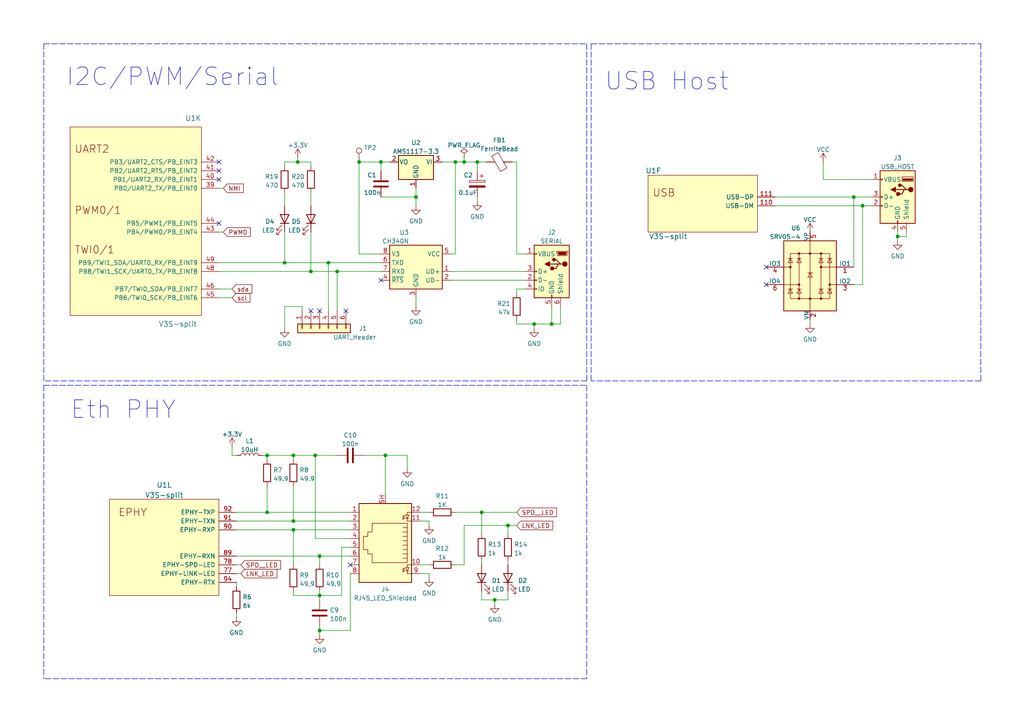
<source format=kicad_sch>
(kicad_sch (version 20211123) (generator eeschema)
  (paper "A4")
  (title_block (title "OzzyBoard") (date "2023-03-07") (rev "0.9"))
  (lib_symbols
    (symbol "Allwinner:V3S-split" (pin_names (offset 1.016))
      (property "Reference" "U1" (at 10.16 71.12 0))
      (property "Value" "V3S-split" (at 8.89 7.62 0))
      (symbol "V3S-split_1_0"
        (text "Power" (at -16.51 60.96 0) (effects (font (size 2.159 2.159)) (justify left bottom)))
        (pin power_in line (at 19.05 33.02 180) (length 5.08) (name "VCC-IO0") (number "104"))
        (pin power_in line (at 19.05 49.53 180) (length 5.08) (name "VDD-SYS1") (number "108"))
        (pin passive line (at -22.86 31.75 0) (length 5.08) (name "AVCC") (number "115"))
        (pin passive line (at -22.86 29.21 0) (length 5.08) (name "AGND") (number "116"))
        (pin power_in line (at 19.05 -5.08 180) (length 5.08) (name "VCC-PE0") (number "12"))
        (pin power_in line (at 19.05 46.99 180) (length 5.08) (name "VDD-SYS2") (number "126"))
        (pin power_in line (at 19.05 30.48 180) (length 5.08) (name "VCC-IO1") (number "127"))
        (pin power_in line (at 19.05 44.45 180) (length 5.08) (name "VDD-SYS3") (number "19"))
        (pin power_in line (at -22.86 49.53 0) (length 5.08) (name "VDD-CPU3") (number "20"))
        (pin power_in line (at -22.86 52.07 0) (length 5.08) (name "VDD-CPU2") (number "21"))
        (pin power_in line (at -22.86 54.61 0) (length 5.08) (name "VDD-CPU1") (number "25"))
        (pin power_in line (at -22.86 57.15 0) (length 5.08) (name "VDD-CPU0") (number "26"))
        (pin power_in line (at 19.05 -7.62 180) (length 5.08) (name "VCC-PE1") (number "29"))
        (pin power_in line (at -22.86 46.99 0) (length 5.08) (name "VDD-CPU4") (number "38"))
        (pin power_in line (at -22.86 44.45 0) (length 5.08) (name "VDD-CPU5") (number "47"))
        (pin power_in line (at 19.05 25.4 180) (length 5.08) (name "VCC-IO3") (number "50"))
        (pin power_in line (at -22.86 41.91 0) (length 5.08) (name "VDD-CPU6") (number "51"))
        (pin power_in line (at -22.86 39.37 0) (length 5.08) (name "VDD-CPU7") (number "56"))
        (pin power_in line (at 19.05 27.94 180) (length 5.08) (name "VCC-IO2") (number "57"))
        (pin power_in line (at 19.05 41.91 180) (length 5.08) (name "VDD-SYS4") (number "58"))
        (pin power_in line (at -22.86 -30.48 0) (length 5.08) (name "VCC-DRAM8") (number "59"))
        (pin power_in line (at -22.86 -33.02 0) (length 5.08) (name "VCC-DRAM9") (number "60"))
        (pin power_in line (at -22.86 -35.56 0) (length 5.08) (name "VCC-DRAM10") (number "61"))
        (pin power_in line (at -22.86 -38.1 0) (length 5.08) (name "VCC-DRAM11") (number "62"))
        (pin passive line (at -22.86 20.32 0) (length 5.08) (name "SVREF1") (number "63"))
        (pin power_in line (at 19.05 39.37 180) (length 5.08) (name "VDD-SYS5") (number "64"))
        (pin power_in line (at -22.86 -10.16 0) (length 5.08) (name "VCC-DRAM0") (number "65"))
        (pin power_in line (at -22.86 -12.7 0) (length 5.08) (name "VCC-DRAM1") (number "66"))
        (pin power_in line (at -22.86 -15.24 0) (length 5.08) (name "VCC-DRAM2") (number "67"))
        (pin power_in line (at -22.86 -17.78 0) (length 5.08) (name "VCC-DRAM3") (number "68"))
        (pin power_in line (at -22.86 -20.32 0) (length 5.08) (name "VCC-DRAM4") (number "69"))
        (pin power_in line (at -22.86 -22.86 0) (length 5.08) (name "VCC-DRAM5") (number "70"))
        (pin passive line (at -22.86 22.86 0) (length 5.08) (name "SVREF0") (number "71"))
        (pin power_in line (at -22.86 -25.4 0) (length 5.08) (name "VCC-DRAM6") (number "72"))
        (pin passive line (at 19.05 -12.7 180) (length 5.08) (name "SZQ") (number "73"))
        (pin power_in line (at 19.05 3.81 180) (length 5.08) (name "VCC-PLL") (number "76"))
        (pin power_in line (at -22.86 -27.94 0) (length 5.08) (name "VCC-DRAM7") (number "79"))
        (pin power_in line (at 19.05 52.07 180) (length 5.08) (name "VDD-SYS0") (number "80"))
        (pin input line (at 19.05 6.35 180) (length 5.08) (name "VCC-MCSI") (number "85"))
        (pin passive line (at -22.86 2.54 0) (length 5.08) (name "EPHY-VDD") (number "88"))
        (pin passive line (at -22.86 5.08 0) (length 5.08) (name "EPHY-VCC") (number "93"))
        (pin passive line (at 19.05 13.97 180) (length 5.08) (name "RTC-VIO") (number "97"))
        (pin power_in line (at 19.05 16.51 180) (length 5.08) (name "VCC-RTC") (number "98"))
        (pin input inverted (at 19.05 62.23 180) (length 5.08) (name "RESET") (number "99"))
        (pin passive line (at 19.05 -38.1 180) (length 5.08) (name "EGND") (number "GND$1"))
        (pin passive line (at 19.05 -35.56 180) (length 5.08) (name "EGND") (number "GND$2"))
        (pin passive line (at 19.05 -33.02 180) (length 5.08) (name "EGND") (number "GND$3"))
        (pin passive line (at 19.05 -30.48 180) (length 5.08) (name "EGND") (number "GND$4"))
        (pin passive line (at 19.05 -27.94 180) (length 5.08) (name "EGND") (number "GND$5"))
        (pin passive line (at 19.05 -25.4 180) (length 5.08) (name "EGND") (number "GND$6"))
        (pin passive line (at 19.05 -22.86 180) (length 5.08) (name "EGND") (number "GND$7"))
        (pin passive line (at 19.05 -20.32 180) (length 5.08) (name "EGND") (number "GND$8"))
        (pin passive line (at 19.05 -17.78 180) (length 5.08) (name "EGND") (number "GND$9"))
      )
      (symbol "V3S-split_2_0"
        (text "SDC0/UART0" (at -16.51 59.69 0) (effects (font (size 2.159 2.159)) (justify left bottom)))
        (pin bidirectional line (at 19.05 33.02 180) (length 5.08) (name "PF6") (number "100"))
        (pin bidirectional line (at 19.05 55.88 180) (length 5.08) (name "PF5/SDC0_D2/JTAG_CK1") (number "101"))
        (pin bidirectional line (at 19.05 53.34 180) (length 5.08) (name "PF4/SDC0_D3/UART0_RX") (number "102"))
        (pin bidirectional line (at 19.05 50.8 180) (length 5.08) (name "PF3/SDC0_CMD/JTAG_DO1") (number "103"))
        (pin bidirectional line (at 19.05 45.72 180) (length 5.08) (name "PF2/SDC0_CLK/UART0_TX") (number "105"))
        (pin bidirectional line (at 19.05 40.64 180) (length 5.08) (name "PF1/SDC0_D0/JTAG_DI1") (number "106"))
        (pin bidirectional line (at 19.05 38.1 180) (length 5.08) (name "PF0/SDC0_D1/JTAG_MS1") (number "107"))
      )
      (symbol "V3S-split_3_0"
        (text "PG/SDC1" (at -10.16 58.42 0) (effects (font (size 2.159 2.159)) (justify left bottom)))
        (pin bidirectional line (at 19.05 44.45 180) (length 5.08) (name "PG4/SDC1_D2/PG_EINT4") (number "1"))
        (pin bidirectional line (at 19.05 41.91 180) (length 5.08) (name "PG5/SDC1_D3/PG_EINT5") (number "128"))
        (pin bidirectional line (at 19.05 46.99 180) (length 5.08) (name "PG3/SDC1_D1/PG_EINT3") (number "2"))
        (pin bidirectional line (at 19.05 49.53 180) (length 5.08) (name "PG2/SDC1_D0/PG_EINT2") (number "3"))
        (pin bidirectional line (at 19.05 52.07 180) (length 5.08) (name "PG1/SDC1_CMD/PG_EINT1") (number "4"))
        (pin bidirectional line (at 19.05 54.61 180) (length 5.08) (name "PG0/SDC1_CLK/PG_EINT0") (number "5"))
      )
      (symbol "V3S-split_4_0"
        (text "CODEC" (at -15.24 58.42 0) (effects (font (size 2.159 2.159)) (justify left bottom)))
        (pin passive line (at 20.32 31.75 180) (length 5.08) (name "LRADC0") (number "112"))
        (pin passive line (at 20.32 34.29 180) (length 5.08) (name "MICIN1P") (number "113"))
        (pin passive line (at 20.32 36.83 180) (length 5.08) (name "MICIN1N") (number "114"))
        (pin power_out line (at 20.32 39.37 180) (length 5.08) (name "VRA1") (number "117"))
        (pin power_out line (at 20.32 41.91 180) (length 5.08) (name "VRA2") (number "118"))
        (pin passive line (at 20.32 44.45 180) (length 5.08) (name "HBIAS") (number "119"))
        (pin passive line (at 20.32 46.99 180) (length 5.08) (name "HPOUTR") (number "120"))
        (pin passive line (at 20.32 49.53 180) (length 5.08) (name "HPOUTL") (number "121"))
        (pin power_in line (at 20.32 52.07 180) (length 5.08) (name "HPVCCIN") (number "122"))
        (pin power_out line (at 20.32 54.61 180) (length 5.08) (name "HPVCCBP") (number "123"))
        (pin passive line (at 20.32 57.15 180) (length 5.08) (name "HPCOMFB") (number "124"))
        (pin passive line (at 20.32 59.69 180) (length 5.08) (name "HPCOM") (number "125"))
      )
      (symbol "V3S-split_5_0"
        (text "LCD/CSI" (at -19.05 58.42 0) (effects (font (size 2.159 2.159)) (justify left bottom)))
        (pin bidirectional line (at 21.59 -13.97 180) (length 5.08) (name "PE20/CSI_FIELD/CSI_MIPI_MCLK") (number "10"))
        (pin bidirectional line (at 21.59 50.8 180) (length 5.08) (name "PE19/CSI_D15/LCD_D21") (number "11"))
        (pin bidirectional line (at 21.59 48.26 180) (length 5.08) (name "PE18/CSI_D14/LCD_D20") (number "13"))
        (pin bidirectional line (at 21.59 45.72 180) (length 5.08) (name "PE17/CSI_D13/LCD_D19") (number "14"))
        (pin bidirectional line (at 21.59 43.18 180) (length 5.08) (name "PE16/CSI_D12/LCD_D18") (number "15"))
        (pin bidirectional line (at 21.59 38.1 180) (length 5.08) (name "PE15/CSI_D11/LCD_D15") (number "16"))
        (pin bidirectional line (at 21.59 35.56 180) (length 5.08) (name "PE14/CSI_D10/LCD_D14") (number "17"))
        (pin bidirectional line (at 21.59 33.02 180) (length 5.08) (name "PE13/CSI_D9/LCD_D13") (number "18"))
        (pin bidirectional line (at 21.59 30.48 180) (length 5.08) (name "PE12/CSI_D8/LCD_D12") (number "22"))
        (pin bidirectional line (at 21.59 27.94 180) (length 5.08) (name "PE11/CSI_D7/LCD_D11") (number "23"))
        (pin bidirectional line (at 21.59 25.4 180) (length 5.08) (name "PE10/CSI_D6/LCD_D10") (number "24"))
        (pin bidirectional line (at 21.59 20.32 180) (length 5.08) (name "PE9/CSI_D5/LCD_D7") (number "27"))
        (pin bidirectional line (at 21.59 17.78 180) (length 5.08) (name "PE8/CSI_D4/LCD_D6") (number "28"))
        (pin bidirectional line (at 21.59 15.24 180) (length 5.08) (name "PE7/CSI_D3/LCD_D5") (number "30"))
        (pin bidirectional line (at 21.59 12.7 180) (length 5.08) (name "PE6/CSI_D2/LCD_D4") (number "31"))
        (pin bidirectional line (at 21.59 10.16 180) (length 5.08) (name "PE5/CSI_D1/LCD_D3") (number "32"))
        (pin passive line (at 21.59 7.62 180) (length 5.08) (name "PE4/CSI_D0/LCD_D2") (number "33"))
        (pin bidirectional line (at 21.59 -2.54 180) (length 5.08) (name "PE3/CSI_VSYNC/LCD_VSYNC") (number "34"))
        (pin bidirectional line (at 21.59 0 180) (length 5.08) (name "PE2/CSI_HSYNC/LCD_HSYNC") (number "35"))
        (pin bidirectional line (at 21.59 -5.08 180) (length 5.08) (name "PE1/CSI_MCLK/LCD_DE") (number "36"))
        (pin bidirectional line (at 21.59 2.54 180) (length 5.08) (name "PE0/CSI_PCLK-/LCD_CLK") (number "37"))
        (pin bidirectional line (at 21.59 55.88 180) (length 5.08) (name "PE24/LCD_D23") (number "6"))
        (pin bidirectional line (at 21.59 53.34 180) (length 5.08) (name "PE23/LCD_D22") (number "7"))
        (pin bidirectional line (at 21.59 -19.05 180) (length 5.08) (name "PE22/CSI_SDA/TWI1_SDA/UART1_RX") (number "8"))
        (pin bidirectional line (at 21.59 -16.51 180) (length 5.08) (name "PE21/CSI_SCK/TWI1_SCK/UART1_TX") (number "9"))
      )
      (symbol "V3S-split_6_0"
        (text "USB" (at -16.51 58.42 0) (effects (font (size 2.159 2.159)) (justify left bottom)))
        (pin power_in line (at 19.05 53.34 180) (length 5.08) (name "VCC-USB") (number "109"))
        (pin passive line (at 19.05 55.88 180) (length 5.08) (name "USB-DM") (number "110"))
        (pin passive line (at 19.05 58.42 180) (length 5.08) (name "USB-DP") (number "111"))
      )
      (symbol "V3S-split_7_0"
        (text "RTC" (at -12.7 59.69 0) (effects (font (size 2.159 2.159)) (justify left bottom)))
        (pin passive line (at 19.05 48.26 180) (length 5.08) (name "X32KOUT") (number "95"))
        (pin passive line (at 19.05 62.23 180) (length 5.08) (name "X32KIN") (number "96"))
      )
      (symbol "V3S-split_8_0"
        (text "MIPI" (at -16.51 58.42 0) (effects (font (size 2.159 2.159)) (justify left bottom)))
        (pin input line (at 19.05 45.72 180) (length 5.08) (name "MCSI-D0P") (number "81"))
        (pin input line (at 19.05 48.26 180) (length 5.08) (name "MCSI-D0N") (number "82"))
        (pin input line (at 19.05 50.8 180) (length 5.08) (name "MCSI-D1P") (number "83"))
        (pin input line (at 19.05 53.34 180) (length 5.08) (name "MCSI-D1N") (number "84"))
        (pin output line (at 19.05 57.15 180) (length 5.08) (name "MCSI-CKP") (number "86"))
        (pin output line (at 19.05 59.69 180) (length 5.08) (name "MCSI-CKN") (number "87"))
      )
      (symbol "V3S-split_9_0"
        (text "SPI" (at -15.24 58.42 0) (effects (font (size 2.159 2.159)) (justify left bottom)))
        (pin bidirectional line (at 19.05 48.26 180) (length 5.08) (name "PC0/SDC2_CLK/SPI_MISO") (number "52"))
        (pin bidirectional line (at 19.05 50.8 180) (length 5.08) (name "PC1/SDC2_CMD/SPI_CLK") (number "53"))
        (pin bidirectional line (at 19.05 53.34 180) (length 5.08) (name "PC2/SDC2_RST/SPI_CS") (number "54"))
        (pin bidirectional line (at 19.05 55.88 180) (length 5.08) (name "PC3/SDC2_D0/SPI_MOSI") (number "55"))
      )
      (symbol "V3S-split_10_0"
        (text "SYSCLK" (at -11.43 63.5 0) (effects (font (size 2.159 2.159)) (justify left bottom)))
        (pin passive line (at 17.78 50.8 180) (length 5.08) (name "X24MOUT") (number "74"))
        (pin passive line (at 17.78 66.04 180) (length 5.08) (name "X24MIN") (number "75"))
      )
      (symbol "V3S-split_11_0"
        (text "PWM0/1" (at -21.59 39.37 0) (effects (font (size 2.159 2.159)) (justify left bottom)))
        (text "TWI0/1" (at -21.59 27.94 0) (effects (font (size 2.159 2.159)) (justify left bottom)))
        (text "UART2" (at -21.59 57.15 0) (effects (font (size 2.159 2.159)) (justify left bottom)))
        (pin bidirectional line (at 20.32 46.99 180) (length 5.08) (name "PB0/UART2_TX/PB_EINT0") (number "39"))
        (pin bidirectional line (at 20.32 49.53 180) (length 5.08) (name "PB1/UART2_RX/PB_EINT1") (number "40"))
        (pin bidirectional line (at 20.32 52.07 180) (length 5.08) (name "PB2/UART2_RTS/PB_EINT2") (number "41"))
        (pin bidirectional line (at 20.32 54.61 180) (length 5.08) (name "PB3/UART2_CTS/PB_EINT3") (number "42"))
        (pin bidirectional line (at 20.32 34.29 180) (length 5.08) (name "PB4/PWM0/PB_EINT4") (number "43"))
        (pin bidirectional line (at 20.32 36.83 180) (length 5.08) (name "PB5/PWM1/PB_EINT5") (number "44"))
        (pin bidirectional line (at 20.32 15.24 180) (length 5.08) (name "PB6/TWI0_SCK/PB_EINT6") (number "45"))
        (pin bidirectional line (at 20.32 17.78 180) (length 5.08) (name "PB7/TWI0_SDA/PB_EINT7") (number "46"))
        (pin bidirectional line (at 20.32 22.86 180) (length 5.08) (name "PB8/TWI1_SCK/UART0_TX/PB_EINT8") (number "48"))
        (pin bidirectional line (at 20.32 25.4 180) (length 5.08) (name "PB9/TWI1_SDA/UART0_RX/PB_EINT9") (number "49"))
      )
      (symbol "V3S-split_12_0"
        (text "EPHY" (at -15.24 59.69 0) (effects (font (size 2.159 2.159)) (justify left bottom)))
        (pin passive line (at 19.05 43.18 180) (length 5.08) (name "EPHY-LINK-LED") (number "77"))
        (pin passive line (at 19.05 45.72 180) (length 5.08) (name "EPHY-SPD-LED") (number "78"))
        (pin passive line (at 19.05 48.26 180) (length 5.08) (name "EPHY-RXN") (number "89"))
        (pin passive line (at 19.05 55.88 180) (length 5.08) (name "EPHY-RXP") (number "90"))
        (pin passive line (at 19.05 58.42 180) (length 5.08) (name "EPHY-TXN") (number "91"))
        (pin passive line (at 19.05 60.96 180) (length 5.08) (name "EPHY-TXP") (number "92"))
        (pin passive line (at 19.05 40.64 180) (length 5.08) (name "EPHY-RTX") (number "94"))
      )
    )
    (symbol "Connector:RJ45_LED_Shielded" (pin_names (offset 1.016))
      (property "Reference" "J" (at -5.08 13.97 0))
      (property "Value" "RJ45_LED_Shielded" (at 1.27 13.97 0))
      (symbol "RJ45_LED_Shielded_1_1"
        (pin passive line (at 10.16 -7.62 180) (length 2.54) (name "~") (number "1"))
        (pin passive line (at -10.16 7.62 0) (length 2.54) (name "~") (number "10"))
        (pin passive line (at -10.16 -5.08 0) (length 2.54) (name "~") (number "11"))
        (pin passive line (at -10.16 -7.62 0) (length 2.54) (name "~") (number "12"))
        (pin passive line (at 10.16 -5.08 180) (length 2.54) (name "~") (number "2"))
        (pin passive line (at 10.16 -2.54 180) (length 2.54) (name "~") (number "3"))
        (pin passive line (at 10.16 0 180) (length 2.54) (name "~") (number "4"))
        (pin passive line (at 10.16 2.54 180) (length 2.54) (name "~") (number "5"))
        (pin passive line (at 10.16 5.08 180) (length 2.54) (name "~") (number "6"))
        (pin passive line (at 10.16 7.62 180) (length 2.54) (name "~") (number "7"))
        (pin passive line (at 10.16 10.16 180) (length 2.54) (name "~") (number "8"))
        (pin passive line (at -10.16 10.16 0) (length 2.54) (name "~") (number "9"))
        (pin passive line (at 0 -12.7 90) (length 2.54) (name "~") (number "SH"))
      )
    )
    (symbol "Connector:TestPoint" (pin_numbers hide) (pin_names (offset 0.762) hide)
      (property "Reference" "TP" (at 0 6.858 0))
      (property "Value" "TestPoint" (at 0 5.08 0))
      (symbol "TestPoint_1_1"
        (pin passive line (at 0 0 90) (length 2.54) (name "1") (number "1"))
      )
    )
    (symbol "Connector:USB_A" (pin_names (offset 1.016))
      (property "Reference" "J2" (at 0 11.3198 0))
      (property "Value" "USB_HOST" (at 0 8.7829 0))
      (symbol "USB_A_1_1"
        (pin power_in line (at 7.62 5.08 180) (length 2.54) (name "VBUS") (number "1"))
        (pin bidirectional line (at 7.62 -2.54 180) (length 2.54) (name "D-") (number "2"))
        (pin bidirectional line (at 7.62 0 180) (length 2.54) (name "D+") (number "3"))
        (pin passive line (at 0 -10.16 90) (length 2.54) (name "GND") (number "4"))
        (pin passive line (at -2.54 -10.16 90) (length 2.54) (name "Shield") (number "5"))
      )
    )
    (symbol "Connector:USB_B_Micro" (pin_names (offset 1.016))
      (property "Reference" "J" (at -5.08 11.43 0))
      (property "Value" "USB_B_Micro" (at -5.08 8.89 0))
      (symbol "USB_B_Micro_1_1"
        (pin power_out line (at 7.62 5.08 180) (length 2.54) (name "VBUS") (number "1"))
        (pin bidirectional line (at 7.62 -2.54 180) (length 2.54) (name "D-") (number "2"))
        (pin bidirectional line (at 7.62 0 180) (length 2.54) (name "D+") (number "3"))
        (pin passive line (at 7.62 -5.08 180) (length 2.54) (name "ID") (number "4"))
        (pin power_out line (at 0 -10.16 90) (length 2.54) (name "GND") (number "5"))
        (pin passive line (at -2.54 -10.16 90) (length 2.54) (name "Shield") (number "6"))
      )
    )
    (symbol "Connector_Generic:Conn_01x06" (pin_names (offset 1.016) hide)
      (property "Reference" "J" (at 0 7.62 0))
      (property "Value" "Conn_01x06" (at 0 -10.16 0))
      (symbol "Conn_01x06_1_1"
        (pin passive line (at -5.08 5.08 0) (length 3.81) (name "Pin_1") (number "1"))
        (pin passive line (at -5.08 2.54 0) (length 3.81) (name "Pin_2") (number "2"))
        (pin passive line (at -5.08 0 0) (length 3.81) (name "Pin_3") (number "3"))
        (pin passive line (at -5.08 -2.54 0) (length 3.81) (name "Pin_4") (number "4"))
        (pin passive line (at -5.08 -5.08 0) (length 3.81) (name "Pin_5") (number "5"))
        (pin passive line (at -5.08 -7.62 0) (length 3.81) (name "Pin_6") (number "6"))
      )
    )
    (symbol "Device:C" (pin_numbers hide) (pin_names (offset 0.254))
      (property "Reference" "C" (at 0.635 2.54 0))
      (property "Value" "C" (at 0.635 -2.54 0))
      (symbol "C_1_1"
        (pin passive line (at 0 3.81 270) (length 2.794) (name "~") (number "1"))
        (pin passive line (at 0 -3.81 90) (length 2.794) (name "~") (number "2"))
      )
    )
    (symbol "Device:C_Polarized" (pin_numbers hide) (pin_names (offset 0.254))
      (property "Reference" "C" (at 0.635 2.54 0))
      (property "Value" "C_Polarized" (at 0.635 -2.54 0))
      (symbol "C_Polarized_1_1"
        (pin passive line (at 0 3.81 270) (length 2.794) (name "~") (number "1"))
        (pin passive line (at 0 -3.81 90) (length 2.794) (name "~") (number "2"))
      )
    )
    (symbol "Device:FerriteBead" (pin_numbers hide) (pin_names (offset 0))
      (property "Reference" "FB" (at -3.81 0.635 90))
      (property "Value" "FerriteBead" (at 3.81 0 90))
      (symbol "FerriteBead_1_1"
        (pin passive line (at 0 3.81 270) (length 2.54) (name "~") (number "1"))
        (pin passive line (at 0 -3.81 90) (length 2.54) (name "~") (number "2"))
      )
    )
    (symbol "Device:L" (pin_numbers hide) (pin_names (offset 1.016) hide)
      (property "Reference" "L" (at -1.27 0 90))
      (property "Value" "L" (at 1.905 0 90))
      (symbol "L_1_1"
        (pin passive line (at 0 3.81 270) (length 1.27) (name "1") (number "1"))
        (pin passive line (at 0 -3.81 90) (length 1.27) (name "2") (number "2"))
      )
    )
    (symbol "Device:LED" (pin_numbers hide) (pin_names (offset 1.016) hide)
      (property "Reference" "D" (at 0 2.54 0))
      (property "Value" "LED" (at 0 -2.54 0))
      (symbol "LED_1_1"
        (pin passive line (at -3.81 0 0) (length 2.54) (name "K") (number "1"))
        (pin passive line (at 3.81 0 180) (length 2.54) (name "A") (number "2"))
      )
    )
    (symbol "Device:R" (pin_numbers hide) (pin_names (offset 0))
      (property "Reference" "R" (at 2.032 0 90))
      (property "Value" "R" (at 0 0 90))
      (symbol "R_1_1"
        (pin passive line (at 0 3.81 270) (length 1.27) (name "~") (number "1"))
        (pin passive line (at 0 -3.81 90) (length 1.27) (name "~") (number "2"))
      )
    )
    (symbol "Interface_USB:CH330N"
      (property "Reference" "U?" (at 2.0194 8.7798 0))
      (property "Value" "CH340N" (at 2.0194 6.2429 0))
      (symbol "CH330N_1_1"
        (pin bidirectional line (at -10.16 -2.54 0) (length 2.54) (name "UD+") (number "1"))
        (pin bidirectional line (at -10.16 -5.08 0) (length 2.54) (name "UD-") (number "2"))
        (pin power_in line (at 0 -10.16 90) (length 2.54) (name "GND") (number "3"))
        (pin output line (at 10.16 -5.08 180) (length 2.54) (name "~{RTS}") (number "4"))
        (pin power_in line (at -10.16 2.54 0) (length 2.54) (name "VCC") (number "5"))
        (pin output line (at 10.16 0 180) (length 2.54) (name "TXD") (number "6"))
        (pin input line (at 10.16 -2.54 180) (length 2.54) (name "RXD") (number "7"))
        (pin passive line (at 10.16 2.54 180) (length 2.54) (name "V3") (number "8"))
      )
    )
    (symbol "Power_Protection:SRV05-4" (pin_names (offset 0))
      (property "Reference" "U" (at -5.08 11.43 0))
      (property "Value" "SRV05-4" (at 2.54 11.43 0))
      (symbol "SRV05-4_1_1"
        (pin passive line (at -12.7 2.54 0) (length 5.08) (name "IO1") (number "1"))
        (pin passive line (at 0 -12.7 90) (length 2.54) (name "VN") (number "2"))
        (pin passive line (at -12.7 -2.54 0) (length 5.08) (name "IO2") (number "3"))
        (pin passive line (at 12.7 2.54 180) (length 5.08) (name "IO3") (number "4"))
        (pin passive line (at 0 12.7 270) (length 2.54) (name "VP") (number "5"))
        (pin passive line (at 12.7 -2.54 180) (length 5.08) (name "IO4") (number "6"))
      )
    )
    (symbol "Regulator_Linear:AMS1117-3.3" (pin_names (offset 0.254))
      (property "Reference" "U" (at -3.81 3.175 0))
      (property "Value" "AMS1117-3.3" (at 0 3.175 0))
      (symbol "AMS1117-3.3_1_1"
        (pin power_in line (at 0 -7.62 90) (length 2.54) (name "GND") (number "1"))
        (pin power_out line (at 7.62 0 180) (length 2.54) (name "VO") (number "2"))
        (pin power_in line (at -7.62 0 0) (length 2.54) (name "VI") (number "3"))
      )
    )
    (symbol "V3S-split_1" (pin_names (offset 1.016))
      (property "Reference" "U1" (at 18.4912 57.477 0))
      (property "Value" "V3S-split_1" (at 18.4912 54.5293 0))
      (symbol "V3S-split_1_1_0"
        (text "DRAM" (at -17.78 -5.08 0) (effects (font (size 2.159 2.159)) (justify left bottom)))
        (text "Power" (at -16.51 60.96 0) (effects (font (size 2.159 2.159)) (justify left bottom)))
        (pin power_in line (at 19.05 33.02 180) (length 5.08) (name "VCC-IO0") (number "104"))
        (pin power_in line (at 19.05 49.53 180) (length 5.08) (name "VDD-SYS1") (number "108"))
        (pin power_in line (at 19.05 -1.27 180) (length 5.08) (name "VCC-USB") (number "109"))
        (pin power_in line (at 19.05 6.35 180) (length 5.08) (name "VCC-PE0") (number "12"))
        (pin power_in line (at 19.05 46.99 180) (length 5.08) (name "VDD-SYS2") (number "126"))
        (pin power_in line (at 19.05 30.48 180) (length 5.08) (name "VCC-IO1") (number "127"))
        (pin power_in line (at 19.05 44.45 180) (length 5.08) (name "VDD-SYS3") (number "19"))
        (pin power_in line (at -22.86 49.53 0) (length 5.08) (name "VDD-CPU3") (number "20"))
        (pin power_in line (at -22.86 52.07 0) (length 5.08) (name "VDD-CPU2") (number "21"))
        (pin power_in line (at -22.86 54.61 0) (length 5.08) (name "VDD-CPU1") (number "25"))
        (pin power_in line (at -22.86 57.15 0) (length 5.08) (name "VDD-CPU0") (number "26"))
        (pin power_in line (at 19.05 3.81 180) (length 5.08) (name "VCC-PE1") (number "29"))
        (pin power_in line (at -22.86 46.99 0) (length 5.08) (name "VDD-CPU4") (number "38"))
        (pin power_in line (at -22.86 44.45 0) (length 5.08) (name "VDD-CPU5") (number "47"))
        (pin power_in line (at 19.05 25.4 180) (length 5.08) (name "VCC-IO3") (number "50"))
        (pin power_in line (at -22.86 41.91 0) (length 5.08) (name "VDD-CPU6") (number "51"))
        (pin power_in line (at -22.86 39.37 0) (length 5.08) (name "VDD-CPU7") (number "56"))
        (pin power_in line (at 19.05 27.94 180) (length 5.08) (name "VCC-IO2") (number "57"))
        (pin power_in line (at 19.05 41.91 180) (length 5.08) (name "VDD-SYS4") (number "58"))
        (pin power_in line (at 19.05 -34.29 180) (length 5.08) (name "VCC-DRAM8") (number "59"))
        (pin power_in line (at 19.05 -36.83 180) (length 5.08) (name "VCC-DRAM9") (number "60"))
        (pin power_in line (at 19.05 -39.37 180) (length 5.08) (name "VCC-DRAM10") (number "61"))
        (pin power_in line (at 19.05 -41.91 180) (length 5.08) (name "VCC-DRAM11") (number "62"))
        (pin passive line (at 19.05 15.24 180) (length 5.08) (name "SVREF1") (number "63"))
        (pin power_in line (at 19.05 39.37 180) (length 5.08) (name "VDD-SYS5") (number "64"))
        (pin power_in line (at 19.05 -29.21 180) (length 5.08) (name "VCC-DRAM0") (number "65"))
        (pin power_in line (at 19.05 -26.67 180) (length 5.08) (name "VCC-DRAM1") (number "66"))
        (pin power_in line (at 19.05 -24.13 180) (length 5.08) (name "VCC-DRAM2") (number "67"))
        (pin power_in line (at 19.05 -21.59 180) (length 5.08) (name "VCC-DRAM3") (number "68"))
        (pin power_in line (at 19.05 -19.05 180) (length 5.08) (name "VCC-DRAM4") (number "69"))
        (pin power_in line (at 19.05 -16.51 180) (length 5.08) (name "VCC-DRAM5") (number "70"))
        (pin passive line (at 19.05 -13.97 180) (length 5.08) (name "SVREF0") (number "71"))
        (pin power_in line (at 19.05 -11.43 180) (length 5.08) (name "VCC-DRAM6") (number "72"))
        (pin passive line (at 19.05 -8.89 180) (length 5.08) (name "SZQ") (number "73"))
        (pin power_in line (at 19.05 10.16 180) (length 5.08) (name "VCC-PLL") (number "76"))
        (pin power_in line (at 19.05 -31.75 180) (length 5.08) (name "VCC-DRAM7") (number "79"))
        (pin power_in line (at 19.05 52.07 180) (length 5.08) (name "VDD-SYS0") (number "80"))
        (pin input line (at 19.05 12.7 180) (length 5.08) (name "VCC-MCSI") (number "85"))
        (pin passive line (at -22.86 3.81 0) (length 5.08) (name "EPHY-VDD") (number "88"))
        (pin passive line (at -22.86 6.35 0) (length 5.08) (name "EPHY-VCC") (number "93"))
        (pin passive line (at 19.05 17.78 180) (length 5.08) (name "RTC-VIO") (number "97"))
        (pin power_in line (at 19.05 20.32 180) (length 5.08) (name "VCC-RTC") (number "98"))
        (pin input inverted (at 19.05 58.42 180) (length 5.08) (name "RESET") (number "99"))
        (pin power_in line (at -22.86 12.7 0) (length 5.08) (name "EGND") (number "GND$1"))
        (pin power_in line (at -22.86 15.24 0) (length 5.08) (name "EGND") (number "GND$2"))
        (pin power_in line (at -22.86 17.78 0) (length 5.08) (name "EGND") (number "GND$3"))
        (pin power_in line (at -22.86 20.32 0) (length 5.08) (name "EGND") (number "GND$4"))
        (pin power_in line (at -22.86 22.86 0) (length 5.08) (name "EGND") (number "GND$5"))
        (pin power_in line (at -22.86 25.4 0) (length 5.08) (name "EGND") (number "GND$6"))
        (pin power_in line (at -22.86 27.94 0) (length 5.08) (name "EGND") (number "GND$7"))
        (pin power_in line (at -22.86 30.48 0) (length 5.08) (name "EGND") (number "GND$8"))
        (pin power_in line (at -22.86 33.02 0) (length 5.08) (name "EGND") (number "GND$9"))
      )
      (symbol "V3S-split_1_2_0"
        (text "SDC0/UART0" (at -16.51 55.88 0) (effects (font (size 2.159 2.159)) (justify left bottom)))
        (pin bidirectional line (at 19.05 31.75 180) (length 5.08) (name "PF6") (number "100"))
        (pin bidirectional line (at 19.05 46.99 180) (length 5.08) (name "PF5/SDC0_D2/JTAG_CK1") (number "101"))
        (pin bidirectional line (at 19.05 44.45 180) (length 5.08) (name "PF4/SDC0_D3/UART0_RX") (number "102"))
        (pin bidirectional line (at 19.05 39.37 180) (length 5.08) (name "PF3/SDC0_CMD/JTAG_DO1") (number "103"))
        (pin bidirectional line (at 19.05 36.83 180) (length 5.08) (name "PF2/SDC0_CLK/UART0_TX") (number "105"))
        (pin bidirectional line (at 19.05 52.07 180) (length 5.08) (name "PF1/SDC0_D0/JTAG_DI1") (number "106"))
        (pin bidirectional line (at 19.05 49.53 180) (length 5.08) (name "PF0/SDC0_D1/JTAG_MS1") (number "107"))
      )
      (symbol "V3S-split_1_3_0"
        (text "PG/SDC1" (at -10.16 58.42 0) (effects (font (size 2.159 2.159)) (justify left bottom)))
        (pin bidirectional line (at 19.05 44.45 180) (length 5.08) (name "PG4/SDC1_D2/PG_EINT4") (number "1"))
        (pin bidirectional line (at 19.05 41.91 180) (length 5.08) (name "PG5/SDC1_D3/PG_EINT5") (number "128"))
        (pin bidirectional line (at 19.05 46.99 180) (length 5.08) (name "PG3/SDC1_D1/PG_EINT3") (number "2"))
        (pin bidirectional line (at 19.05 49.53 180) (length 5.08) (name "PG2/SDC1_D0/PG_EINT2") (number "3"))
        (pin bidirectional line (at 19.05 52.07 180) (length 5.08) (name "PG1/SDC1_CMD/PG_EINT1") (number "4"))
        (pin bidirectional line (at 19.05 54.61 180) (length 5.08) (name "PG0/SDC1_CLK/PG_EINT0") (number "5"))
      )
      (symbol "V3S-split_1_4_0"
        (text "CODEC" (at -15.24 58.42 0) (effects (font (size 2.159 2.159)) (justify left bottom)))
        (pin passive line (at 20.32 31.75 180) (length 5.08) (name "LRADC0") (number "112"))
        (pin passive line (at 20.32 34.29 180) (length 5.08) (name "MICIN1P") (number "113"))
        (pin passive line (at 20.32 36.83 180) (length 5.08) (name "MICIN1N") (number "114"))
        (pin power_in line (at 20.32 25.4 180) (length 5.08) (name "AVCC") (number "115"))
        (pin power_in line (at 20.32 22.86 180) (length 5.08) (name "AGND") (number "116"))
        (pin power_out line (at 20.32 39.37 180) (length 5.08) (name "VRA1") (number "117"))
        (pin power_out line (at 20.32 41.91 180) (length 5.08) (name "VRA2") (number "118"))
        (pin passive line (at 20.32 44.45 180) (length 5.08) (name "HBIAS") (number "119"))
        (pin passive line (at 20.32 46.99 180) (length 5.08) (name "HPOUTR") (number "120"))
        (pin passive line (at 20.32 49.53 180) (length 5.08) (name "HPOUTL") (number "121"))
        (pin power_in line (at 20.32 52.07 180) (length 5.08) (name "HPVCCIN") (number "122"))
        (pin power_out line (at 20.32 54.61 180) (length 5.08) (name "HPVCCBP") (number "123"))
        (pin passive line (at 20.32 57.15 180) (length 5.08) (name "HPCOMFB") (number "124"))
        (pin passive line (at 20.32 59.69 180) (length 5.08) (name "HPCOM") (number "125"))
      )
      (symbol "V3S-split_1_5_0"
        (text "LCD/CSI" (at -19.05 58.42 0) (effects (font (size 2.159 2.159)) (justify left bottom)))
        (pin bidirectional line (at 21.59 -13.97 180) (length 5.08) (name "PE20/CSI_FIELD/CSI_MIPI_MCLK") (number "10"))
        (pin bidirectional line (at 21.59 -1.27 180) (length 5.08) (name "PE19/CSI_D15/LCD_D21") (number "11"))
        (pin bidirectional line (at 21.59 1.27 180) (length 5.08) (name "PE18/CSI_D14/LCD_D20") (number "13"))
        (pin bidirectional line (at 21.59 3.81 180) (length 5.08) (name "PE17/CSI_D13/LCD_D19") (number "14"))
        (pin bidirectional line (at 21.59 6.35 180) (length 5.08) (name "PE16/CSI_D12/LCD_D18") (number "15"))
        (pin bidirectional line (at 21.59 11.43 180) (length 5.08) (name "PE15/CSI_D11/LCD_D15") (number "16"))
        (pin bidirectional line (at 21.59 13.97 180) (length 5.08) (name "PE14/CSI_D10/LCD_D14") (number "17"))
        (pin bidirectional line (at 21.59 16.51 180) (length 5.08) (name "PE13/CSI_D9/LCD_D13") (number "18"))
        (pin bidirectional line (at 21.59 19.05 180) (length 5.08) (name "PE12/CSI_D8/LCD_D12") (number "22"))
        (pin bidirectional line (at 21.59 21.59 180) (length 5.08) (name "PE11/CSI_D7/LCD_D11") (number "23"))
        (pin bidirectional line (at 21.59 24.13 180) (length 5.08) (name "PE10/CSI_D6/LCD_D10") (number "24"))
        (pin bidirectional line (at 21.59 29.21 180) (length 5.08) (name "PE9/CSI_D5/LCD_D7") (number "27"))
        (pin bidirectional line (at 21.59 31.75 180) (length 5.08) (name "PE8/CSI_D4/LCD_D6") (number "28"))
        (pin bidirectional line (at 21.59 34.29 180) (length 5.08) (name "PE7/CSI_D3/LCD_D5") (number "30"))
        (pin bidirectional line (at 21.59 36.83 180) (length 5.08) (name "PE6/CSI_D2/LCD_D4") (number "31"))
        (pin bidirectional line (at 21.59 39.37 180) (length 5.08) (name "PE5/CSI_D1/LCD_D3") (number "32"))
        (pin passive line (at 21.59 41.91 180) (length 5.08) (name "PE4/CSI_D0/LCD_D2") (number "33"))
        (pin bidirectional line (at 21.59 54.61 180) (length 5.08) (name "PE3/CSI_VSYNC/LCD_VSYNC") (number "34"))
        (pin bidirectional line (at 21.59 52.07 180) (length 5.08) (name "PE2/CSI_HSYNC/LCD_HSYNC") (number "35"))
        (pin bidirectional line (at 21.59 49.53 180) (length 5.08) (name "PE1/CSI_MCLK/LCD_DE") (number "36"))
        (pin bidirectional line (at 21.59 46.99 180) (length 5.08) (name "PE0/CSI_PCLK-/LCD_CLK") (number "37"))
        (pin bidirectional line (at 21.59 -6.35 180) (length 5.08) (name "PE24/LCD_D23") (number "6"))
        (pin bidirectional line (at 21.59 -3.81 180) (length 5.08) (name "PE23/LCD_D22") (number "7"))
        (pin bidirectional line (at 21.59 -19.05 180) (length 5.08) (name "PE22/CSI_SDA/TWI1_SDA/UART1_RX") (number "8"))
        (pin bidirectional line (at 21.59 -16.51 180) (length 5.08) (name "PE21/CSI_SCK/TWI1_SCK/UART1_TX") (number "9"))
      )
      (symbol "V3S-split_1_6_0"
        (text "USB" (at -16.51 58.42 0) (effects (font (size 2.159 2.159)) (justify left bottom)))
        (pin passive line (at 19.05 55.88 180) (length 5.08) (name "USB-DM") (number "110"))
        (pin passive line (at 19.05 58.42 180) (length 5.08) (name "USB-DP") (number "111"))
      )
      (symbol "V3S-split_1_7_0"
        (text "RTC" (at -16.51 58.42 0) (effects (font (size 2.159 2.159)) (justify left bottom)))
        (pin passive line (at 19.05 57.15 180) (length 5.08) (name "X32KOUT") (number "95"))
        (pin passive line (at 19.05 59.69 180) (length 5.08) (name "X32KIN") (number "96"))
      )
      (symbol "V3S-split_1_8_0"
        (text "MIPI" (at -16.51 58.42 0) (effects (font (size 2.159 2.159)) (justify left bottom)))
        (pin input line (at 19.05 45.72 180) (length 5.08) (name "MCSI-D0P") (number "81"))
        (pin input line (at 19.05 48.26 180) (length 5.08) (name "MCSI-D0N") (number "82"))
        (pin input line (at 19.05 50.8 180) (length 5.08) (name "MCSI-D1P") (number "83"))
        (pin input line (at 19.05 53.34 180) (length 5.08) (name "MCSI-D1N") (number "84"))
        (pin output line (at 19.05 57.15 180) (length 5.08) (name "MCSI-CKP") (number "86"))
        (pin output line (at 19.05 59.69 180) (length 5.08) (name "MCSI-CKN") (number "87"))
      )
      (symbol "V3S-split_1_9_0"
        (text "SPI" (at -15.24 58.42 0) (effects (font (size 2.159 2.159)) (justify left bottom)))
        (pin bidirectional line (at 19.05 48.26 180) (length 5.08) (name "PC0/SDC2_CLK/SPI_MISO") (number "52"))
        (pin bidirectional line (at 19.05 50.8 180) (length 5.08) (name "PC1/SDC2_CMD/SPI_CLK") (number "53"))
        (pin bidirectional line (at 19.05 53.34 180) (length 5.08) (name "PC2/SDC2_RST/SPI_CS") (number "54"))
        (pin bidirectional line (at 19.05 55.88 180) (length 5.08) (name "PC3/SDC2_D0/SPI_MOSI") (number "55"))
      )
      (symbol "V3S-split_1_10_0"
        (text "SYSCLK" (at -16.51 59.69 0) (effects (font (size 2.159 2.159)) (justify left bottom)))
        (pin passive line (at 19.05 55.88 180) (length 5.08) (name "X24MOUT") (number "74"))
        (pin passive line (at 19.05 58.42 180) (length 5.08) (name "X24MIN") (number "75"))
      )
      (symbol "V3S-split_1_11_0"
        (text "PWM0/1" (at -21.59 39.37 0) (effects (font (size 2.159 2.159)) (justify left bottom)))
        (text "TWI0/1" (at -21.59 27.94 0) (effects (font (size 2.159 2.159)) (justify left bottom)))
        (text "UART2" (at -21.59 57.15 0) (effects (font (size 2.159 2.159)) (justify left bottom)))
        (pin bidirectional line (at 20.32 46.99 180) (length 5.08) (name "PB0/UART2_TX/PB_EINT0") (number "39"))
        (pin bidirectional line (at 20.32 49.53 180) (length 5.08) (name "PB1/UART2_RX/PB_EINT1") (number "40"))
        (pin bidirectional line (at 20.32 52.07 180) (length 5.08) (name "PB2/UART2_RTS/PB_EINT2") (number "41"))
        (pin bidirectional line (at 20.32 54.61 180) (length 5.08) (name "PB3/UART2_CTS/PB_EINT3") (number "42"))
        (pin bidirectional line (at 20.32 34.29 180) (length 5.08) (name "PB4/PWM0/PB_EINT4") (number "43"))
        (pin bidirectional line (at 20.32 36.83 180) (length 5.08) (name "PB5/PWM1/PB_EINT5") (number "44"))
        (pin bidirectional line (at 20.32 15.24 180) (length 5.08) (name "PB6/TWI0_SCK/PB_EINT6") (number "45"))
        (pin bidirectional line (at 20.32 17.78 180) (length 5.08) (name "PB7/TWI0_SDA/PB_EINT7") (number "46"))
        (pin bidirectional line (at 20.32 22.86 180) (length 5.08) (name "PB8/TWI1_SCK/UART0_TX/PB_EINT8") (number "48"))
        (pin bidirectional line (at 20.32 25.4 180) (length 5.08) (name "PB9/TWI1_SDA/UART0_RX/PB_EINT9") (number "49"))
      )
      (symbol "V3S-split_1_12_0"
        (text "EPHY" (at -15.24 59.69 0) (effects (font (size 2.159 2.159)) (justify left bottom)))
        (pin passive line (at 19.05 40.64 180) (length 5.08) (name "EPHY-LINK-LED") (number "77"))
        (pin passive line (at 19.05 43.18 180) (length 5.08) (name "EPHY-SPD-LED") (number "78"))
        (pin passive line (at 19.05 48.26 180) (length 5.08) (name "EPHY-RXN") (number "89"))
        (pin passive line (at 19.05 50.8 180) (length 5.08) (name "EPHY-RXP") (number "90"))
        (pin passive line (at 19.05 53.34 180) (length 5.08) (name "EPHY-TXN") (number "91"))
        (pin passive line (at 19.05 55.88 180) (length 5.08) (name "EPHY-TXP") (number "92"))
        (pin passive line (at 19.05 58.42 180) (length 5.08) (name "EPHY-RTX") (number "94"))
      )
    )
    (symbol "V3S-split_2" (pin_names (offset 1.016))
      (property "Reference" "U1" (at 10.16 71.12 0))
      (property "Value" "V3S-split_2" (at 7.62 45.72 0))
      (symbol "V3S-split_2_1_0"
        (text "Power" (at -16.51 60.96 0) (effects (font (size 2.159 2.159)) (justify left bottom)))
        (pin power_in line (at 19.05 33.02 180) (length 5.08) (name "VCC-IO0") (number "104"))
        (pin power_in line (at 19.05 49.53 180) (length 5.08) (name "VDD-SYS1") (number "108"))
        (pin passive line (at -22.86 31.75 0) (length 5.08) (name "AVCC") (number "115"))
        (pin passive line (at -22.86 29.21 0) (length 5.08) (name "AGND") (number "116"))
        (pin power_in line (at 19.05 -5.08 180) (length 5.08) (name "VCC-PE0") (number "12"))
        (pin power_in line (at 19.05 46.99 180) (length 5.08) (name "VDD-SYS2") (number "126"))
        (pin power_in line (at 19.05 30.48 180) (length 5.08) (name "VCC-IO1") (number "127"))
        (pin power_in line (at 19.05 44.45 180) (length 5.08) (name "VDD-SYS3") (number "19"))
        (pin power_in line (at -22.86 49.53 0) (length 5.08) (name "VDD-CPU3") (number "20"))
        (pin power_in line (at -22.86 52.07 0) (length 5.08) (name "VDD-CPU2") (number "21"))
        (pin power_in line (at -22.86 54.61 0) (length 5.08) (name "VDD-CPU1") (number "25"))
        (pin power_in line (at -22.86 57.15 0) (length 5.08) (name "VDD-CPU0") (number "26"))
        (pin power_in line (at 19.05 -7.62 180) (length 5.08) (name "VCC-PE1") (number "29"))
        (pin power_in line (at -22.86 46.99 0) (length 5.08) (name "VDD-CPU4") (number "38"))
        (pin power_in line (at -22.86 44.45 0) (length 5.08) (name "VDD-CPU5") (number "47"))
        (pin power_in line (at 19.05 25.4 180) (length 5.08) (name "VCC-IO3") (number "50"))
        (pin power_in line (at -22.86 41.91 0) (length 5.08) (name "VDD-CPU6") (number "51"))
        (pin power_in line (at -22.86 39.37 0) (length 5.08) (name "VDD-CPU7") (number "56"))
        (pin power_in line (at 19.05 27.94 180) (length 5.08) (name "VCC-IO2") (number "57"))
        (pin power_in line (at 19.05 41.91 180) (length 5.08) (name "VDD-SYS4") (number "58"))
        (pin power_in line (at -22.86 -30.48 0) (length 5.08) (name "VCC-DRAM8") (number "59"))
        (pin power_in line (at -22.86 -33.02 0) (length 5.08) (name "VCC-DRAM9") (number "60"))
        (pin power_in line (at -22.86 -35.56 0) (length 5.08) (name "VCC-DRAM10") (number "61"))
        (pin power_in line (at -22.86 -38.1 0) (length 5.08) (name "VCC-DRAM11") (number "62"))
        (pin passive line (at -22.86 20.32 0) (length 5.08) (name "SVREF1") (number "63"))
        (pin power_in line (at 19.05 39.37 180) (length 5.08) (name "VDD-SYS5") (number "64"))
        (pin power_in line (at -22.86 -10.16 0) (length 5.08) (name "VCC-DRAM0") (number "65"))
        (pin power_in line (at -22.86 -12.7 0) (length 5.08) (name "VCC-DRAM1") (number "66"))
        (pin power_in line (at -22.86 -15.24 0) (length 5.08) (name "VCC-DRAM2") (number "67"))
        (pin power_in line (at -22.86 -17.78 0) (length 5.08) (name "VCC-DRAM3") (number "68"))
        (pin power_in line (at -22.86 -20.32 0) (length 5.08) (name "VCC-DRAM4") (number "69"))
        (pin power_in line (at -22.86 -22.86 0) (length 5.08) (name "VCC-DRAM5") (number "70"))
        (pin passive line (at -22.86 22.86 0) (length 5.08) (name "SVREF0") (number "71"))
        (pin power_in line (at -22.86 -25.4 0) (length 5.08) (name "VCC-DRAM6") (number "72"))
        (pin passive line (at 19.05 -12.7 180) (length 5.08) (name "SZQ") (number "73"))
        (pin power_in line (at 19.05 3.81 180) (length 5.08) (name "VCC-PLL") (number "76"))
        (pin power_in line (at -22.86 -27.94 0) (length 5.08) (name "VCC-DRAM7") (number "79"))
        (pin power_in line (at 19.05 52.07 180) (length 5.08) (name "VDD-SYS0") (number "80"))
        (pin input line (at 19.05 6.35 180) (length 5.08) (name "VCC-MCSI") (number "85"))
        (pin passive line (at -22.86 2.54 0) (length 5.08) (name "EPHY-VDD") (number "88"))
        (pin passive line (at -22.86 5.08 0) (length 5.08) (name "EPHY-VCC") (number "93"))
        (pin passive line (at 19.05 13.97 180) (length 5.08) (name "RTC-VIO") (number "97"))
        (pin power_in line (at 19.05 16.51 180) (length 5.08) (name "VCC-RTC") (number "98"))
        (pin input inverted (at 19.05 62.23 180) (length 5.08) (name "RESET") (number "99"))
        (pin passive line (at 19.05 -38.1 180) (length 5.08) (name "EGND") (number "GND$1"))
        (pin passive line (at 19.05 -35.56 180) (length 5.08) (name "EGND") (number "GND$2"))
        (pin passive line (at 19.05 -33.02 180) (length 5.08) (name "EGND") (number "GND$3"))
        (pin passive line (at 19.05 -30.48 180) (length 5.08) (name "EGND") (number "GND$4"))
        (pin passive line (at 19.05 -27.94 180) (length 5.08) (name "EGND") (number "GND$5"))
        (pin passive line (at 19.05 -25.4 180) (length 5.08) (name "EGND") (number "GND$6"))
        (pin passive line (at 19.05 -22.86 180) (length 5.08) (name "EGND") (number "GND$7"))
        (pin passive line (at 19.05 -20.32 180) (length 5.08) (name "EGND") (number "GND$8"))
        (pin passive line (at 19.05 -17.78 180) (length 5.08) (name "EGND") (number "GND$9"))
      )
      (symbol "V3S-split_2_2_0"
        (text "SDC0/UART0" (at -16.51 59.69 0) (effects (font (size 2.159 2.159)) (justify left bottom)))
        (pin bidirectional line (at 19.05 33.02 180) (length 5.08) (name "PF6") (number "100"))
        (pin bidirectional line (at 19.05 55.88 180) (length 5.08) (name "PF5/SDC0_D2/JTAG_CK1") (number "101"))
        (pin bidirectional line (at 19.05 53.34 180) (length 5.08) (name "PF4/SDC0_D3/UART0_RX") (number "102"))
        (pin bidirectional line (at 19.05 50.8 180) (length 5.08) (name "PF3/SDC0_CMD/JTAG_DO1") (number "103"))
        (pin bidirectional line (at 19.05 45.72 180) (length 5.08) (name "PF2/SDC0_CLK/UART0_TX") (number "105"))
        (pin bidirectional line (at 19.05 40.64 180) (length 5.08) (name "PF1/SDC0_D0/JTAG_DI1") (number "106"))
        (pin bidirectional line (at 19.05 38.1 180) (length 5.08) (name "PF0/SDC0_D1/JTAG_MS1") (number "107"))
      )
      (symbol "V3S-split_2_3_0"
        (text "PG/SDC1" (at -10.16 58.42 0) (effects (font (size 2.159 2.159)) (justify left bottom)))
        (pin bidirectional line (at 19.05 44.45 180) (length 5.08) (name "PG4/SDC1_D2/PG_EINT4") (number "1"))
        (pin bidirectional line (at 19.05 41.91 180) (length 5.08) (name "PG5/SDC1_D3/PG_EINT5") (number "128"))
        (pin bidirectional line (at 19.05 46.99 180) (length 5.08) (name "PG3/SDC1_D1/PG_EINT3") (number "2"))
        (pin bidirectional line (at 19.05 49.53 180) (length 5.08) (name "PG2/SDC1_D0/PG_EINT2") (number "3"))
        (pin bidirectional line (at 19.05 52.07 180) (length 5.08) (name "PG1/SDC1_CMD/PG_EINT1") (number "4"))
        (pin bidirectional line (at 19.05 54.61 180) (length 5.08) (name "PG0/SDC1_CLK/PG_EINT0") (number "5"))
      )
      (symbol "V3S-split_2_4_0"
        (text "CODEC" (at -15.24 58.42 0) (effects (font (size 2.159 2.159)) (justify left bottom)))
        (pin passive line (at 20.32 31.75 180) (length 5.08) (name "LRADC0") (number "112"))
        (pin passive line (at 20.32 34.29 180) (length 5.08) (name "MICIN1P") (number "113"))
        (pin passive line (at 20.32 36.83 180) (length 5.08) (name "MICIN1N") (number "114"))
        (pin power_out line (at 20.32 39.37 180) (length 5.08) (name "VRA1") (number "117"))
        (pin power_out line (at 20.32 41.91 180) (length 5.08) (name "VRA2") (number "118"))
        (pin passive line (at 20.32 44.45 180) (length 5.08) (name "HBIAS") (number "119"))
        (pin passive line (at 20.32 46.99 180) (length 5.08) (name "HPOUTR") (number "120"))
        (pin passive line (at 20.32 49.53 180) (length 5.08) (name "HPOUTL") (number "121"))
        (pin power_in line (at 20.32 52.07 180) (length 5.08) (name "HPVCCIN") (number "122"))
        (pin power_out line (at 20.32 54.61 180) (length 5.08) (name "HPVCCBP") (number "123"))
        (pin passive line (at 20.32 57.15 180) (length 5.08) (name "HPCOMFB") (number "124"))
        (pin passive line (at 20.32 59.69 180) (length 5.08) (name "HPCOM") (number "125"))
      )
      (symbol "V3S-split_2_5_0"
        (text "LCD/CSI" (at -19.05 58.42 0) (effects (font (size 2.159 2.159)) (justify left bottom)))
        (pin bidirectional line (at 21.59 -13.97 180) (length 5.08) (name "PE20/CSI_FIELD/CSI_MIPI_MCLK") (number "10"))
        (pin bidirectional line (at 21.59 50.8 180) (length 5.08) (name "PE19/CSI_D15/LCD_D21") (number "11"))
        (pin bidirectional line (at 21.59 48.26 180) (length 5.08) (name "PE18/CSI_D14/LCD_D20") (number "13"))
        (pin bidirectional line (at 21.59 45.72 180) (length 5.08) (name "PE17/CSI_D13/LCD_D19") (number "14"))
        (pin bidirectional line (at 21.59 43.18 180) (length 5.08) (name "PE16/CSI_D12/LCD_D18") (number "15"))
        (pin bidirectional line (at 21.59 38.1 180) (length 5.08) (name "PE15/CSI_D11/LCD_D15") (number "16"))
        (pin bidirectional line (at 21.59 35.56 180) (length 5.08) (name "PE14/CSI_D10/LCD_D14") (number "17"))
        (pin bidirectional line (at 21.59 33.02 180) (length 5.08) (name "PE13/CSI_D9/LCD_D13") (number "18"))
        (pin bidirectional line (at 21.59 30.48 180) (length 5.08) (name "PE12/CSI_D8/LCD_D12") (number "22"))
        (pin bidirectional line (at 21.59 27.94 180) (length 5.08) (name "PE11/CSI_D7/LCD_D11") (number "23"))
        (pin bidirectional line (at 21.59 25.4 180) (length 5.08) (name "PE10/CSI_D6/LCD_D10") (number "24"))
        (pin bidirectional line (at 21.59 20.32 180) (length 5.08) (name "PE9/CSI_D5/LCD_D7") (number "27"))
        (pin bidirectional line (at 21.59 17.78 180) (length 5.08) (name "PE8/CSI_D4/LCD_D6") (number "28"))
        (pin bidirectional line (at 21.59 15.24 180) (length 5.08) (name "PE7/CSI_D3/LCD_D5") (number "30"))
        (pin bidirectional line (at 21.59 12.7 180) (length 5.08) (name "PE6/CSI_D2/LCD_D4") (number "31"))
        (pin bidirectional line (at 21.59 10.16 180) (length 5.08) (name "PE5/CSI_D1/LCD_D3") (number "32"))
        (pin passive line (at 21.59 7.62 180) (length 5.08) (name "PE4/CSI_D0/LCD_D2") (number "33"))
        (pin bidirectional line (at 21.59 -2.54 180) (length 5.08) (name "PE3/CSI_VSYNC/LCD_VSYNC") (number "34"))
        (pin bidirectional line (at 21.59 0 180) (length 5.08) (name "PE2/CSI_HSYNC/LCD_HSYNC") (number "35"))
        (pin bidirectional line (at 21.59 -5.08 180) (length 5.08) (name "PE1/CSI_MCLK/LCD_DE") (number "36"))
        (pin bidirectional line (at 21.59 2.54 180) (length 5.08) (name "PE0/CSI_PCLK-/LCD_CLK") (number "37"))
        (pin bidirectional line (at 21.59 55.88 180) (length 5.08) (name "PE24/LCD_D23") (number "6"))
        (pin bidirectional line (at 21.59 53.34 180) (length 5.08) (name "PE23/LCD_D22") (number "7"))
        (pin bidirectional line (at 21.59 -19.05 180) (length 5.08) (name "PE22/CSI_SDA/TWI1_SDA/UART1_RX") (number "8"))
        (pin bidirectional line (at 21.59 -16.51 180) (length 5.08) (name "PE21/CSI_SCK/TWI1_SCK/UART1_TX") (number "9"))
      )
      (symbol "V3S-split_2_6_0"
        (text "USB" (at -16.51 58.42 0) (effects (font (size 2.159 2.159)) (justify left bottom)))
        (pin power_in line (at 19.05 53.34 180) (length 5.08) (name "VCC-USB") (number "109"))
        (pin passive line (at 19.05 55.88 180) (length 5.08) (name "USB-DM") (number "110"))
        (pin passive line (at 19.05 58.42 180) (length 5.08) (name "USB-DP") (number "111"))
      )
      (symbol "V3S-split_2_7_0"
        (text "RTC" (at -12.7 59.69 0) (effects (font (size 2.159 2.159)) (justify left bottom)))
        (pin passive line (at 19.05 48.26 180) (length 5.08) (name "X32KOUT") (number "95"))
        (pin passive line (at 19.05 62.23 180) (length 5.08) (name "X32KIN") (number "96"))
      )
      (symbol "V3S-split_2_8_0"
        (text "MIPI" (at -16.51 58.42 0) (effects (font (size 2.159 2.159)) (justify left bottom)))
        (pin input line (at 19.05 45.72 180) (length 5.08) (name "MCSI-D0P") (number "81"))
        (pin input line (at 19.05 48.26 180) (length 5.08) (name "MCSI-D0N") (number "82"))
        (pin input line (at 19.05 50.8 180) (length 5.08) (name "MCSI-D1P") (number "83"))
        (pin input line (at 19.05 53.34 180) (length 5.08) (name "MCSI-D1N") (number "84"))
        (pin output line (at 19.05 57.15 180) (length 5.08) (name "MCSI-CKP") (number "86"))
        (pin output line (at 19.05 59.69 180) (length 5.08) (name "MCSI-CKN") (number "87"))
      )
      (symbol "V3S-split_2_9_0"
        (text "SPI" (at -15.24 58.42 0) (effects (font (size 2.159 2.159)) (justify left bottom)))
        (pin bidirectional line (at 19.05 48.26 180) (length 5.08) (name "PC0/SDC2_CLK/SPI_MISO") (number "52"))
        (pin bidirectional line (at 19.05 50.8 180) (length 5.08) (name "PC1/SDC2_CMD/SPI_CLK") (number "53"))
        (pin bidirectional line (at 19.05 53.34 180) (length 5.08) (name "PC2/SDC2_RST/SPI_CS") (number "54"))
        (pin bidirectional line (at 19.05 55.88 180) (length 5.08) (name "PC3/SDC2_D0/SPI_MOSI") (number "55"))
      )
      (symbol "V3S-split_2_10_0"
        (text "SYSCLK" (at -11.43 63.5 0) (effects (font (size 2.159 2.159)) (justify left bottom)))
        (pin passive line (at 17.78 50.8 180) (length 5.08) (name "X24MOUT") (number "74"))
        (pin passive line (at 17.78 66.04 180) (length 5.08) (name "X24MIN") (number "75"))
      )
      (symbol "V3S-split_2_11_0"
        (text "PWM0/1" (at -21.59 39.37 0) (effects (font (size 2.159 2.159)) (justify left bottom)))
        (text "TWI0/1" (at -21.59 27.94 0) (effects (font (size 2.159 2.159)) (justify left bottom)))
        (text "UART2" (at -21.59 57.15 0) (effects (font (size 2.159 2.159)) (justify left bottom)))
        (pin bidirectional line (at 20.32 46.99 180) (length 5.08) (name "PB0/UART2_TX/PB_EINT0") (number "39"))
        (pin bidirectional line (at 20.32 49.53 180) (length 5.08) (name "PB1/UART2_RX/PB_EINT1") (number "40"))
        (pin bidirectional line (at 20.32 52.07 180) (length 5.08) (name "PB2/UART2_RTS/PB_EINT2") (number "41"))
        (pin bidirectional line (at 20.32 54.61 180) (length 5.08) (name "PB3/UART2_CTS/PB_EINT3") (number "42"))
        (pin bidirectional line (at 20.32 34.29 180) (length 5.08) (name "PB4/PWM0/PB_EINT4") (number "43"))
        (pin bidirectional line (at 20.32 36.83 180) (length 5.08) (name "PB5/PWM1/PB_EINT5") (number "44"))
        (pin bidirectional line (at 20.32 15.24 180) (length 5.08) (name "PB6/TWI0_SCK/PB_EINT6") (number "45"))
        (pin bidirectional line (at 20.32 17.78 180) (length 5.08) (name "PB7/TWI0_SDA/PB_EINT7") (number "46"))
        (pin bidirectional line (at 20.32 22.86 180) (length 5.08) (name "PB8/TWI1_SCK/UART0_TX/PB_EINT8") (number "48"))
        (pin bidirectional line (at 20.32 25.4 180) (length 5.08) (name "PB9/TWI1_SDA/UART0_RX/PB_EINT9") (number "49"))
      )
      (symbol "V3S-split_2_12_0"
        (text "EPHY" (at -15.24 59.69 0) (effects (font (size 2.159 2.159)) (justify left bottom)))
        (pin passive line (at 19.05 40.64 180) (length 5.08) (name "EPHY-LINK-LED") (number "77"))
        (pin passive line (at 19.05 43.18 180) (length 5.08) (name "EPHY-SPD-LED") (number "78"))
        (pin passive line (at 19.05 48.26 180) (length 5.08) (name "EPHY-RXN") (number "89"))
        (pin passive line (at 19.05 50.8 180) (length 5.08) (name "EPHY-RXP") (number "90"))
        (pin passive line (at 19.05 53.34 180) (length 5.08) (name "EPHY-TXN") (number "91"))
        (pin passive line (at 19.05 55.88 180) (length 5.08) (name "EPHY-TXP") (number "92"))
        (pin passive line (at 19.05 58.42 180) (length 5.08) (name "EPHY-RTX") (number "94"))
      )
    )
    (symbol "power:+3.3V" (power) (pin_names (offset 0))
      (property "Value" "+3.3V" (at 0 3.556 0))
      (symbol "+3.3V_1_1"
        (pin power_in line (at 0 0 90) (length 0) hide (name "+3.3V") (number "1"))
      )
    )
    (symbol "power:GND" (power) (pin_names (offset 0))
      (property "Value" "GND" (at 0 -3.81 0))
      (symbol "GND_1_1"
        (pin power_in line (at 0 0 270) (length 0) hide (name "GND") (number "1"))
      )
    )
    (symbol "power:PWR_FLAG" (power) (pin_numbers hide) (pin_names (offset 0) hide)
      (property "Value" "PWR_FLAG" (at 0 3.81 0))
      (symbol "PWR_FLAG_0_0"
        (pin power_out line (at 0 0 90) (length 0) (name "pwr") (number "1"))
      )
    )
    (symbol "power:VCC" (power) (pin_names (offset 0))
      (property "Value" "VCC" (at 0 3.81 0))
      (symbol "VCC_1_1"
        (pin power_in line (at 0 0 90) (length 0) hide (name "VCC") (number "1"))
      )
    )
  )
  (junction (at 247.65 57.15))
  (junction (at 250.19 59.69))
  (junction (at 86.36 46.99))
  (junction (at 82.55 76.2))
  (junction (at 95.25 76.2))
  (junction (at 92.71 161.29))
  (junction (at 147.32 152.4))
  (junction (at 104.14 46.99))
  (junction (at 85.09 151.13))
  (junction (at 77.47 132.08))
  (junction (at 85.09 153.67))
  (junction (at 92.71 172.72))
  (junction (at 111.76 132.08))
  (junction (at 260.35 68.58))
  (junction (at 134.62 46.99))
  (junction (at 91.44 132.08))
  (junction (at 138.43 46.99))
  (junction (at 154.94 93.98))
  (junction (at 77.47 148.59))
  (junction (at 143.51 173.99))
  (junction (at 132.08 46.99))
  (junction (at 90.17 78.74))
  (junction (at 160.02 93.98))
  (junction (at 139.7 148.59))
  (junction (at 97.79 78.74))
  (junction (at 92.71 182.88))
  (junction (at 110.49 46.99))
  (junction (at 85.09 132.08))
  (junction (at 120.65 57.15))
  (no_connect (at 63.5 64.77))
  (no_connect (at 110.49 81.28))
  (no_connect (at 101.6 163.83))
  (no_connect (at 90.17 90.17))
  (no_connect (at 100.33 90.17))
  (no_connect (at 63.5 49.53))
  (no_connect (at 63.5 46.99))
  (no_connect (at 222.25 77.47))
  (no_connect (at 63.5 52.07))
  (no_connect (at 222.25 82.55))
  (no_connect (at 92.71 90.17))
  (wire (pts (xy 132.08 46.99) (xy 128.27 46.99)))
  (wire (pts (xy 85.09 172.72) (xy 92.71 172.72)))
  (wire (pts (xy 95.25 76.2) (xy 95.25 90.17)))
  (wire (pts (xy 134.62 45.72) (xy 134.62 46.99)))
  (wire (pts (xy 82.55 67.31) (xy 82.55 76.2)))
  (wire (pts (xy 91.44 156.21) (xy 91.44 132.08)))
  (wire (pts (xy 260.35 67.31) (xy 260.35 68.58)))
  (wire (pts (xy 101.6 166.37) (xy 101.6 182.88)))
  (wire (pts (xy 64.77 54.61) (xy 63.5 54.61)))
  (wire (pts (xy 138.43 46.99) (xy 138.43 49.53)))
  (wire (pts (xy 111.76 132.08) (xy 111.76 143.51)))
  (wire (pts (xy 124.46 151.13) (xy 124.46 152.4)))
  (wire (pts (xy 134.62 152.4) (xy 134.62 163.83)))
  (wire (pts (xy 134.62 46.99) (xy 132.08 46.99)))
  (wire (pts (xy 82.55 48.26) (xy 82.55 46.99)))
  (wire (pts (xy 95.25 76.2) (xy 82.55 76.2)))
  (polyline (pts (xy 12.7 12.7) (xy 12.7 110.49)))
  (wire (pts (xy 68.58 163.83) (xy 69.85 163.83)))
  (wire (pts (xy 85.09 153.67) (xy 101.6 153.67)))
  (wire (pts (xy 67.31 83.82) (xy 63.5 83.82)))
  (wire (pts (xy 120.65 86.36) (xy 120.65 88.9)))
  (wire (pts (xy 250.19 59.69) (xy 224.79 59.69)))
  (wire (pts (xy 92.71 161.29) (xy 101.6 161.29)))
  (wire (pts (xy 247.65 57.15) (xy 224.79 57.15)))
  (wire (pts (xy 68.58 168.91) (xy 68.58 170.18)))
  (wire (pts (xy 138.43 46.99) (xy 134.62 46.99)))
  (wire (pts (xy 77.47 140.97) (xy 77.47 148.59)))
  (wire (pts (xy 130.81 73.66) (xy 132.08 73.66)))
  (wire (pts (xy 92.71 172.72) (xy 92.71 173.99)))
  (wire (pts (xy 139.7 148.59) (xy 139.7 154.94)))
  (wire (pts (xy 92.71 161.29) (xy 92.71 163.83)))
  (wire (pts (xy 85.09 140.97) (xy 85.09 151.13)))
  (wire (pts (xy 101.6 158.75) (xy 99.06 158.75)))
  (wire (pts (xy 68.58 166.37) (xy 69.85 166.37)))
  (polyline (pts (xy 284.48 12.7) (xy 284.48 110.49)))
  (wire (pts (xy 90.17 55.88) (xy 90.17 59.69)))
  (wire (pts (xy 162.56 93.98) (xy 160.02 93.98)))
  (wire (pts (xy 110.49 76.2) (xy 95.25 76.2)))
  (wire (pts (xy 97.79 132.08) (xy 91.44 132.08)))
  (wire (pts (xy 234.95 92.71) (xy 234.95 93.98)))
  (wire (pts (xy 67.31 132.08) (xy 68.58 132.08)))
  (wire (pts (xy 82.55 88.9) (xy 82.55 95.25)))
  (wire (pts (xy 68.58 153.67) (xy 85.09 153.67)))
  (wire (pts (xy 68.58 161.29) (xy 92.71 161.29)))
  (wire (pts (xy 149.86 152.4) (xy 147.32 152.4)))
  (wire (pts (xy 140.97 46.99) (xy 138.43 46.99)))
  (wire (pts (xy 124.46 166.37) (xy 121.92 166.37)))
  (wire (pts (xy 138.43 57.15) (xy 138.43 58.42)))
  (wire (pts (xy 139.7 148.59) (xy 149.86 148.59)))
  (polyline (pts (xy 170.18 12.7) (xy 170.18 110.49)))
  (wire (pts (xy 154.94 93.98) (xy 154.94 95.25)))
  (wire (pts (xy 154.94 93.98) (xy 149.86 93.98)))
  (wire (pts (xy 149.86 73.66) (xy 149.86 46.99)))
  (wire (pts (xy 120.65 57.15) (xy 120.65 59.69)))
  (wire (pts (xy 67.31 129.54) (xy 67.31 132.08)))
  (wire (pts (xy 82.55 46.99) (xy 86.36 46.99)))
  (wire (pts (xy 147.32 152.4) (xy 134.62 152.4)))
  (wire (pts (xy 160.02 93.98) (xy 154.94 93.98)))
  (wire (pts (xy 97.79 78.74) (xy 97.79 90.17)))
  (wire (pts (xy 85.09 133.35) (xy 85.09 132.08)))
  (wire (pts (xy 152.4 81.28) (xy 130.81 81.28)))
  (wire (pts (xy 90.17 67.31) (xy 90.17 78.74)))
  (wire (pts (xy 87.63 88.9) (xy 82.55 88.9)))
  (wire (pts (xy 152.4 78.74) (xy 130.81 78.74)))
  (wire (pts (xy 111.76 132.08) (xy 118.11 132.08)))
  (wire (pts (xy 97.79 78.74) (xy 90.17 78.74)))
  (wire (pts (xy 139.7 171.45) (xy 139.7 173.99)))
  (wire (pts (xy 247.65 57.15) (xy 247.65 77.47)))
  (wire (pts (xy 143.51 173.99) (xy 143.51 175.26)))
  (wire (pts (xy 86.36 46.99) (xy 86.36 45.72)))
  (wire (pts (xy 104.14 73.66) (xy 104.14 46.99)))
  (wire (pts (xy 64.77 67.31) (xy 63.5 67.31)))
  (polyline (pts (xy 170.18 196.85) (xy 12.7 196.85)))
  (polyline (pts (xy 171.45 12.7) (xy 171.45 110.49)))
  (wire (pts (xy 162.56 88.9) (xy 162.56 93.98)))
  (wire (pts (xy 252.73 52.07) (xy 238.76 52.07)))
  (wire (pts (xy 147.32 173.99) (xy 147.32 171.45)))
  (polyline (pts (xy 12.7 111.76) (xy 170.18 111.76)))
  (wire (pts (xy 134.62 163.83) (xy 132.08 163.83)))
  (wire (pts (xy 77.47 148.59) (xy 101.6 148.59)))
  (wire (pts (xy 92.71 172.72) (xy 99.06 172.72)))
  (wire (pts (xy 92.71 182.88) (xy 101.6 182.88)))
  (wire (pts (xy 85.09 151.13) (xy 101.6 151.13)))
  (wire (pts (xy 121.92 163.83) (xy 124.46 163.83)))
  (wire (pts (xy 250.19 82.55) (xy 247.65 82.55)))
  (polyline (pts (xy 170.18 110.49) (xy 12.7 110.49)))
  (wire (pts (xy 101.6 156.21) (xy 91.44 156.21)))
  (polyline (pts (xy 284.48 110.49) (xy 171.45 110.49)))
  (wire (pts (xy 104.14 46.99) (xy 110.49 46.99)))
  (wire (pts (xy 160.02 88.9) (xy 160.02 93.98)))
  (wire (pts (xy 77.47 132.08) (xy 77.47 133.35)))
  (wire (pts (xy 139.7 173.99) (xy 143.51 173.99)))
  (wire (pts (xy 238.76 52.07) (xy 238.76 46.99)))
  (wire (pts (xy 92.71 171.45) (xy 92.71 172.72)))
  (wire (pts (xy 87.63 90.17) (xy 87.63 88.9)))
  (wire (pts (xy 139.7 162.56) (xy 139.7 163.83)))
  (wire (pts (xy 85.09 171.45) (xy 85.09 172.72)))
  (wire (pts (xy 250.19 59.69) (xy 250.19 82.55)))
  (wire (pts (xy 110.49 46.99) (xy 110.49 49.53)))
  (wire (pts (xy 120.65 57.15) (xy 110.49 57.15)))
  (polyline (pts (xy 12.7 111.76) (xy 12.7 196.85)))
  (wire (pts (xy 67.31 86.36) (xy 63.5 86.36)))
  (wire (pts (xy 76.2 132.08) (xy 77.47 132.08)))
  (wire (pts (xy 149.86 92.71) (xy 149.86 93.98)))
  (wire (pts (xy 262.89 67.31) (xy 262.89 68.58)))
  (wire (pts (xy 92.71 181.61) (xy 92.71 182.88)))
  (wire (pts (xy 149.86 83.82) (xy 149.86 85.09)))
  (wire (pts (xy 90.17 48.26) (xy 90.17 46.99)))
  (wire (pts (xy 99.06 158.75) (xy 99.06 172.72)))
  (wire (pts (xy 152.4 73.66) (xy 149.86 73.66)))
  (wire (pts (xy 92.71 182.88) (xy 92.71 184.15)))
  (wire (pts (xy 113.03 46.99) (xy 110.49 46.99)))
  (wire (pts (xy 90.17 46.99) (xy 86.36 46.99)))
  (wire (pts (xy 149.86 46.99) (xy 148.59 46.99)))
  (wire (pts (xy 105.41 132.08) (xy 111.76 132.08)))
  (wire (pts (xy 121.92 151.13) (xy 124.46 151.13)))
  (wire (pts (xy 143.51 173.99) (xy 147.32 173.99)))
  (wire (pts (xy 152.4 83.82) (xy 149.86 83.82)))
  (wire (pts (xy 68.58 148.59) (xy 77.47 148.59)))
  (wire (pts (xy 262.89 68.58) (xy 260.35 68.58)))
  (wire (pts (xy 120.65 54.61) (xy 120.65 57.15)))
  (wire (pts (xy 124.46 167.64) (xy 124.46 166.37)))
  (wire (pts (xy 110.49 78.74) (xy 97.79 78.74)))
  (polyline (pts (xy 171.45 12.7) (xy 284.48 12.7)))
  (wire (pts (xy 110.49 73.66) (xy 104.14 73.66)))
  (wire (pts (xy 260.35 68.58) (xy 260.35 69.85)))
  (wire (pts (xy 85.09 153.67) (xy 85.09 163.83)))
  (wire (pts (xy 85.09 132.08) (xy 77.47 132.08)))
  (polyline (pts (xy 170.18 111.76) (xy 170.18 196.85)))
  (wire (pts (xy 252.73 59.69) (xy 250.19 59.69)))
  (wire (pts (xy 90.17 78.74) (xy 63.5 78.74)))
  (wire (pts (xy 252.73 57.15) (xy 247.65 57.15)))
  (wire (pts (xy 68.58 177.8) (xy 68.58 179.07)))
  (wire (pts (xy 82.55 55.88) (xy 82.55 59.69)))
  (wire (pts (xy 91.44 132.08) (xy 85.09 132.08)))
  (wire (pts (xy 132.08 46.99) (xy 132.08 73.66)))
  (wire (pts (xy 121.92 148.59) (xy 124.46 148.59)))
  (wire (pts (xy 118.11 132.08) (xy 118.11 135.89)))
  (wire (pts (xy 147.32 152.4) (xy 147.32 154.94)))
  (wire (pts (xy 132.08 148.59) (xy 139.7 148.59)))
  (wire (pts (xy 82.55 76.2) (xy 63.5 76.2)))
  (polyline (pts (xy 12.7 12.7) (xy 170.18 12.7)))
  (wire (pts (xy 68.58 151.13) (xy 85.09 151.13)))
  (wire (pts (xy 147.32 162.56) (xy 147.32 163.83)))
  (text "Eth PHY" (at 20.32 121.92 0) (effects (font (size 5.08 5.08)) (justify left bottom)))
  (text "I2C/PWM/Serial" (at 19.05 25.4 0) (effects (font (size 5.08 5.08)) (justify left bottom)))
  (text "USB Host" (at 175.26 26.67 0) (effects (font (size 5.08 5.08)) (justify left bottom)))
  (global_label "sda" (shape input) (at 67.31 83.82 0) (property "Intersheet References" "${INTERSHEET_REFS}" (effects hide)))
  (global_label "LNK_LED" (shape input) (at 69.85 166.37 0) (property "Intersheet References" "${INTERSHEET_REFS}" (effects hide)))
  (global_label "SPD__LED" (shape input) (at 69.85 163.83 0) (property "Intersheet References" "${INTERSHEET_REFS}" (effects hide)))
  (global_label "SPD__LED" (shape input) (at 149.86 148.59 0) (property "Intersheet References" "${INTERSHEET_REFS}" (effects hide)))
  (global_label "NMI" (shape input) (at 64.77 54.61 0) (property "Intersheet References" "${INTERSHEET_REFS}" (effects hide)))
  (global_label "LNK_LED" (shape input) (at 149.86 152.4 0) (property "Intersheet References" "${INTERSHEET_REFS}" (effects hide)))
  (global_label "PWM0" (shape input) (at 64.77 67.31 0) (property "Intersheet References" "${INTERSHEET_REFS}" (effects hide)))
  (global_label "scl" (shape input) (at 67.31 86.36 0) (property "Intersheet References" "${INTERSHEET_REFS}" (effects hide)))
  (symbol (lib_id "Device:C") (at 92.71 177.8 0) (unit 1)
    (property "Reference" "C9" (at 95.631 176.9653 0) (effects (justify left)))
    (property "Value" "100n" (at 95.631 179.5022 0) (effects (justify left)))
    (property "Footprint" "Capacitor_SMD:C_0402_1005Metric" (effects hide))
  )
  (symbol (lib_id "Connector:RJ45_LED_Shielded") (at 111.76 156.21 180) (unit 1)
    (property "Reference" "J4" (at 111.76 170.9404 0))
    (property "Value" "RJ45_LED_Shielded" (at 111.76 173.4773 0))
    (property "Footprint" "Connector_RJ:RJ45_Hanrun_HR911105A" (effects hide))
    (property "LCSC" "C12074" (effects hide))
  )
  (symbol (lib_id "power:GND") (at 154.94 95.25 0) (mirror y) (unit 1)
    (property "Reference" "#PWR08" (effects hide))
    (property "Value" "GND" (at 154.94 99.6934 0))
  )
  (symbol (lib_id "Device:C") (at 101.6 132.08 90) (unit 1)
    (property "Reference" "C10" (at 101.6 126.2212 90))
    (property "Value" "100n" (at 101.6 128.7581 90))
    (property "Footprint" "Capacitor_SMD:C_0402_1005Metric" (effects hide))
  )
  (symbol (lib_id "power:+3.3V") (at 86.36 45.72 0) (mirror y) (unit 1)
    (property "Reference" "#PWR04" (effects hide))
    (property "Value" "+3.3V" (at 86.36 42.1442 0))
  )
  (symbol (lib_id "Device:FerriteBead") (at 144.78 46.99 270) (mirror x) (unit 1)
    (property "Reference" "FB1" (at 144.8308 40.6486 90))
    (property "Value" "FerriteBead" (at 144.8308 43.1855 90))
    (property "Footprint" "Resistor_SMD:R_0805_2012Metric" (effects hide))
  )
  (symbol (lib_id "power:VCC") (at 234.95 67.31 0) (mirror y) (unit 1)
    (property "Reference" "#PWR09" (effects hide))
    (property "Value" "VCC" (at 234.95 63.7342 0))
  )
  (symbol (lib_id "power:GND") (at 124.46 152.4 0) (unit 1)
    (property "Reference" "#PWR0124" (effects hide))
    (property "Value" "GND" (at 124.46 156.8434 0))
  )
  (symbol (lib_id "Device:R") (at 85.09 137.16 0) (unit 1)
    (property "Reference" "R8" (at 86.868 136.3253 0) (effects (justify left)))
    (property "Value" "49.9" (at 86.868 138.8622 0) (effects (justify left)))
    (property "Footprint" "Resistor_SMD:R_0603_1608Metric" (effects hide))
  )
  (symbol (lib_id "power:GND") (at 143.51 175.26 0) (unit 1)
    (property "Reference" "#PWR0127" (effects hide))
    (property "Value" "GND" (at 143.51 179.7034 0))
  )
  (symbol (lib_id "Device:R") (at 147.32 158.75 180) (unit 1)
    (property "Reference" "R14" (at 149.098 157.9153 0) (effects (justify right)))
    (property "Value" "1k" (at 149.098 160.4522 0) (effects (justify right)))
    (property "Footprint" "Resistor_SMD:R_0603_1608Metric" (effects hide))
  )
  (symbol (lib_id "power:GND") (at 260.35 69.85 0) (mirror y) (unit 1)
    (property "Reference" "#PWR012" (effects hide))
    (property "Value" "GND" (at 260.35 74.2934 0))
  )
  (symbol (lib_id "Connector_Generic:Conn_01x06") (at 92.71 95.25 90) (mirror x) (unit 1)
    (property "Reference" "J1" (at 105.2998 95.25 90))
    (property "Value" "UART_Header" (at 102.87 97.79 90))
    (property "Footprint" "Connector_PinHeader_2.54mm:PinHeader_1x06_P2.54mm_Vertical" (effects hide))
  )
  (symbol (lib_id "Device:L") (at 72.39 132.08 90) (unit 1)
    (property "Reference" "L1" (at 72.39 127.8722 90))
    (property "Value" "10uH" (at 72.39 130.4091 90))
    (property "Footprint" "Inductor_SMD:L_6.3x6.3_H3" (effects hide))
  )
  (symbol (lib_id "power:GND") (at 138.43 58.42 0) (mirror y) (unit 1)
    (property "Reference" "#PWR07" (effects hide))
    (property "Value" "GND" (at 138.43 62.8634 0))
  )
  (symbol (lib_id "Device:R") (at 85.09 167.64 0) (unit 1)
    (property "Reference" "R9" (at 86.868 166.8053 0) (effects (justify left)))
    (property "Value" "49.9" (at 86.868 169.3422 0) (effects (justify left)))
    (property "Footprint" "Resistor_SMD:R_0603_1608Metric" (effects hide))
  )
  (symbol (lib_id "power:GND") (at 234.95 93.98 0) (mirror y) (unit 1)
    (property "Reference" "#PWR010" (effects hide))
    (property "Value" "GND" (at 234.95 98.4234 0))
  )
  (symbol (lib_id "Power_Protection:SRV05-4") (at 234.95 80.01 0) (mirror y) (unit 1)
    (property "Reference" "U6" (at 232.1813 66.1502 0) (effects (justify left)))
    (property "Value" "SRV05-4" (at 232.1813 68.6871 0) (effects (justify left)))
    (property "Footprint" "Package_TO_SOT_SMD:SOT-23-6" (effects hide))
    (property "Datasheet" "http://www.onsemi.com/pub/Collateral/SRV05-4-D.PDF" (effects hide))
    (property "LCSC" "C85364" (effects hide))
  )
  (symbol (lib_id "Interface_USB:CH330N") (at 120.65 76.2 0) (mirror y) (unit 1)
    (property "Reference" "U3" (at 118.6306 67.4202 0) (effects (justify left)))
    (property "Value" "CH340N" (at 118.6306 69.9571 0) (effects (justify left)))
    (property "Footprint" "Package_SO:SOIC-8_3.9x4.9mm_P1.27mm" (effects hide))
    (property "Datasheet" "http://www.wch.cn/downloads/file/240.html" (effects hide))
    (property "LCSC" "C506813" (effects hide))
  )
  (symbol (lib_id "power:GND") (at 120.65 59.69 0) (mirror y) (unit 1)
    (property "Reference" "#PWR05" (effects hide))
    (property "Value" "GND" (at 120.65 64.1334 0))
  )
  (symbol (lib_id "Device:R") (at 128.27 148.59 90) (unit 1)
    (property "Reference" "R11" (at 128.27 143.8742 90))
    (property "Value" "1K" (at 128.27 146.4111 90))
    (property "Footprint" "Resistor_SMD:R_0603_1608Metric" (effects hide))
  )
  (symbol (lib_id "Connector:USB_B_Micro") (at 160.02 78.74 0) (mirror y) (unit 1)
    (property "Reference" "J2" (at 160.02 67.4202 0))
    (property "Value" "SERIAL" (at 160.02 69.9571 0))
    (property "Footprint" "Connector_USB:USB_Micro-B_Molex-105017-0001" (effects hide))
    (property "LCSC" "C132350" (effects hide))
  )
  (symbol (lib_id "Connector:TestPoint") (at 104.14 46.99 0) (unit 1)
    (property "Reference" "TP2" (at 105.537 42.8533 0) (effects (justify left)))
    (property "Value" "TestPoint" (effects hide))
    (property "Footprint" "TestPoint:TestPoint_Pad_D1.0mm" (effects hide))
  )
  (symbol (lib_id "Allwinner:V3S-split") (at 49.53 209.55 0) (unit 12)
    (property "Reference" "U1" (at 47.625 140.671 0) (effects (font (size 1.4986 1.4986))))
    (property "Value" "V3S-split" (at 47.625 143.6187 0) (effects (font (size 1.4986 1.4986))))
    (property "Footprint" "Allwinner:V3s-ELQFP-128" (effects hide))
  )
  (symbol (lib_id "Device:R") (at 149.86 88.9 0) (mirror y) (unit 1)
    (property "Reference" "R21" (at 148.082 88.0653 0) (effects (justify left)))
    (property "Value" "47k" (at 148.082 90.6022 0) (effects (justify left)))
    (property "Footprint" "Resistor_SMD:R_0402_1005Metric" (effects hide))
  )
  (symbol (lib_id "Device:R") (at 77.47 137.16 0) (unit 1)
    (property "Reference" "R7" (at 79.248 136.3253 0) (effects (justify left)))
    (property "Value" "49.9" (at 79.248 138.8622 0) (effects (justify left)))
    (property "Footprint" "Resistor_SMD:R_0603_1608Metric" (effects hide))
  )
  (symbol (lib_id "power:GND") (at 92.71 184.15 0) (unit 1)
    (property "Reference" "#PWR0123" (effects hide))
    (property "Value" "GND" (at 92.71 188.5934 0))
  )
  (symbol (lib_name "V3S-split_1") (lib_id "Allwinner:V3S-split") (at 205.74 115.57 0) (unit 6)
    (property "Reference" "U1" (at 191.77 49.53 0) (effects (font (size 1.4986 1.4986)) (justify right)))
    (property "Value" "V3S-split" (at 199.39 68.58 0) (effects (font (size 1.4986 1.4986)) (justify right)))
    (property "Footprint" "Allwinner:V3s-ELQFP-128" (effects hide))
  )
  (symbol (lib_id "Device:C") (at 110.49 53.34 0) (mirror y) (unit 1)
    (property "Reference" "C1" (at 109.22 50.8 0) (effects (justify left)))
    (property "Value" "100n" (at 110.49 55.88 0) (effects (justify left)))
    (property "Footprint" "Capacitor_SMD:C_0402_1005Metric" (effects hide))
  )
  (symbol (lib_id "Device:LED") (at 139.7 167.64 90) (unit 1)
    (property "Reference" "D1" (at 142.621 168.3928 90) (effects (justify right)))
    (property "Value" "LED" (at 142.621 170.9297 90) (effects (justify right)))
    (property "Footprint" "LED_SMD:LED_0603_1608Metric" (effects hide))
  )
  (symbol (lib_id "power:GND") (at 118.11 135.89 0) (unit 1)
    (property "Reference" "#PWR0125" (effects hide))
    (property "Value" "GND" (at 118.11 140.3334 0))
  )
  (symbol (lib_id "Device:LED") (at 147.32 167.64 90) (unit 1)
    (property "Reference" "D2" (at 150.241 168.3928 90) (effects (justify right)))
    (property "Value" "LED" (at 150.241 170.9297 90) (effects (justify right)))
    (property "Footprint" "LED_SMD:LED_0603_1608Metric" (effects hide))
  )
  (symbol (lib_id "Device:R") (at 92.71 167.64 0) (unit 1)
    (property "Reference" "R10" (at 94.488 166.8053 0) (effects (justify left)))
    (property "Value" "49.9" (at 94.488 169.3422 0) (effects (justify left)))
    (property "Footprint" "Resistor_SMD:R_0603_1608Metric" (effects hide))
  )
  (symbol (lib_id "power:GND") (at 120.65 88.9 0) (mirror y) (unit 1)
    (property "Reference" "#PWR06" (effects hide))
    (property "Value" "GND" (at 120.65 93.3434 0))
  )
  (symbol (lib_id "power:PWR_FLAG") (at 134.62 45.72 0) (mirror y) (unit 1)
    (property "Reference" "#FLG01" (effects hide))
    (property "Value" "PWR_FLAG" (at 134.62 42.1442 0))
  )
  (symbol (lib_id "power:GND") (at 124.46 167.64 0) (unit 1)
    (property "Reference" "#PWR0126" (effects hide))
    (property "Value" "GND" (at 124.46 172.0834 0))
  )
  (symbol (lib_id "Device:R") (at 139.7 158.75 180) (unit 1)
    (property "Reference" "R13" (at 141.478 157.9153 0) (effects (justify right)))
    (property "Value" "1k" (at 141.478 160.4522 0) (effects (justify right)))
    (property "Footprint" "Resistor_SMD:R_0603_1608Metric" (effects hide))
  )
  (symbol (lib_id "Connector:USB_A") (at 260.35 57.15 0) (mirror y) (unit 1)
    (property "Reference" "J3" (at 260.35 45.8302 0))
    (property "Value" "USB_HOST" (at 260.35 48.3671 0))
    (property "Footprint" "Connector_USB:USB_A_Wuerth_614004134726_Horizontal" (effects hide))
    (property "Datasheet" " ~" (effects hide))
    (property "LCSC" "C720524" (effects hide))
  )
  (symbol (lib_name "V3S-split_2") (lib_id "Allwinner:V3S-split") (at 43.18 101.6 0) (unit 11)
    (property "Reference" "U1" (at 58.42 34.29 0) (effects (font (size 1.4986 1.4986)) (justify right)))
    (property "Value" "V3S-split" (at 57.15 93.98 0) (effects (font (size 1.4986 1.4986)) (justify right)))
    (property "Footprint" "Allwinner:V3s-ELQFP-128" (effects hide))
  )
  (symbol (lib_id "Device:R") (at 90.17 52.07 0) (mirror y) (unit 1)
    (property "Reference" "R20" (at 88.392 51.2353 0) (effects (justify left)))
    (property "Value" "470" (at 88.392 53.7722 0) (effects (justify left)))
    (property "Footprint" "Resistor_SMD:R_01005_0402Metric" (effects hide))
  )
  (symbol (lib_id "Device:C_Polarized") (at 138.43 53.34 0) (mirror y) (unit 1)
    (property "Reference" "C2" (at 137.16 50.8 0) (effects (justify left)))
    (property "Value" "0.1uF" (at 138.43 55.88 0) (effects (justify left)))
    (property "Footprint" "Capacitor_SMD:C_0402_1005Metric" (effects hide))
  )
  (symbol (lib_id "Device:LED") (at 82.55 63.5 270) (mirror x) (unit 1)
    (property "Reference" "D4" (at 79.629 64.2528 90) (effects (justify right)))
    (property "Value" "LED" (at 79.629 66.7897 90) (effects (justify right)))
    (property "Footprint" "LED_SMD:LED_0603_1608Metric" (effects hide))
  )
  (symbol (lib_id "Regulator_Linear:AMS1117-3.3") (at 120.65 46.99 0) (mirror y) (unit 1)
    (property "Reference" "U2" (at 120.65 41.3852 0))
    (property "Value" "AMS1117-3.3" (at 120.65 43.9221 0))
    (property "Footprint" "Package_TO_SOT_SMD:SOT-223-3_TabPin2" (effects hide))
    (property "Datasheet" "http://www.advanced-monolithic.com/pdf/ds1117.pdf" (effects hide))
    (property "LCSC" "C6186" (effects hide))
  )
  (symbol (lib_id "power:GND") (at 82.55 95.25 0) (mirror y) (unit 1)
    (property "Reference" "#PWR03" (effects hide))
    (property "Value" "GND" (at 82.55 99.6934 0))
  )
  (symbol (lib_id "Device:LED") (at 90.17 63.5 270) (mirror x) (unit 1)
    (property "Reference" "D5" (at 87.249 64.2528 90) (effects (justify right)))
    (property "Value" "LED" (at 87.249 66.7897 90) (effects (justify right)))
    (property "Footprint" "LED_SMD:LED_0603_1608Metric" (effects hide))
  )
  (symbol (lib_id "power:+3.3V") (at 67.31 129.54 0) (unit 1)
    (property "Reference" "#PWR0121" (effects hide))
    (property "Value" "+3.3V" (at 67.31 125.9642 0))
  )
  (symbol (lib_id "Device:R") (at 82.55 52.07 0) (mirror y) (unit 1)
    (property "Reference" "R19" (at 80.772 51.2353 0) (effects (justify left)))
    (property "Value" "470" (at 80.772 53.7722 0) (effects (justify left)))
    (property "Footprint" "Resistor_SMD:R_01005_0402Metric" (effects hide))
  )
  (symbol (lib_id "Device:R") (at 68.58 173.99 0) (unit 1)
    (property "Reference" "R6" (at 70.358 173.1553 0) (effects (justify left)))
    (property "Value" "6k" (at 70.358 175.6922 0) (effects (justify left)))
    (property "Footprint" "Resistor_SMD:R_0603_1608Metric" (effects hide))
  )
  (symbol (lib_id "Device:R") (at 128.27 163.83 90) (unit 1)
    (property "Reference" "R12" (at 128.27 159.1142 90))
    (property "Value" "1k" (at 128.27 161.6511 90))
    (property "Footprint" "Resistor_SMD:R_0603_1608Metric" (effects hide))
  )
  (symbol (lib_id "power:GND") (at 68.58 179.07 0) (unit 1)
    (property "Reference" "#PWR0122" (effects hide))
    (property "Value" "GND" (at 68.58 183.5134 0))
  )
  (symbol (lib_id "power:VCC") (at 238.76 46.99 0) (mirror y) (unit 1)
    (property "Reference" "#PWR011" (effects hide))
    (property "Value" "VCC" (at 238.76 43.4142 0))
  )
)
</source>
